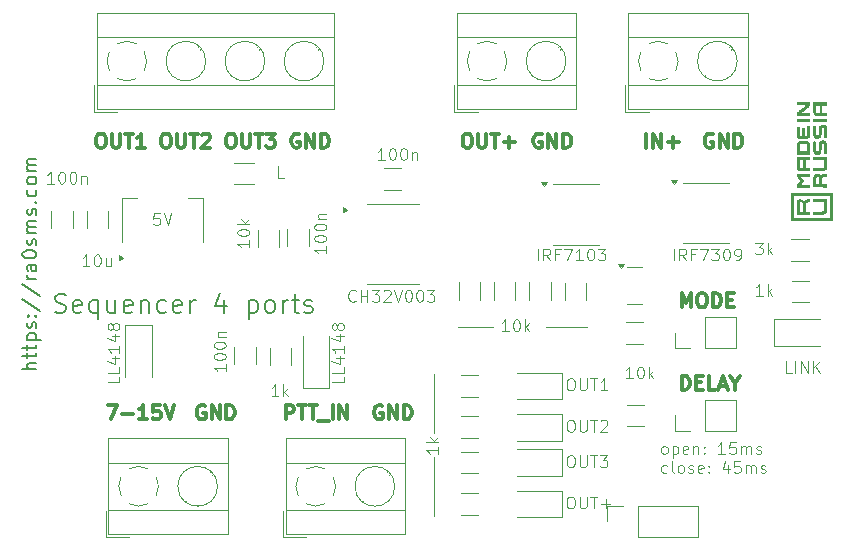
<source format=gbr>
%TF.GenerationSoftware,KiCad,Pcbnew,8.0.3*%
%TF.CreationDate,2024-07-12T15:18:38+08:00*%
%TF.ProjectId,seq_v003f4,7365715f-7630-4303-9366-342e6b696361,rev?*%
%TF.SameCoordinates,Original*%
%TF.FileFunction,Legend,Top*%
%TF.FilePolarity,Positive*%
%FSLAX46Y46*%
G04 Gerber Fmt 4.6, Leading zero omitted, Abs format (unit mm)*
G04 Created by KiCad (PCBNEW 8.0.3) date 2024-07-12 15:18:38*
%MOMM*%
%LPD*%
G01*
G04 APERTURE LIST*
%ADD10C,0.100000*%
%ADD11C,0.200000*%
%ADD12C,0.300000*%
%ADD13C,0.000000*%
%ADD14C,0.120000*%
G04 APERTURE END LIST*
D10*
X184827693Y-112872419D02*
X184256265Y-112872419D01*
X184541979Y-112872419D02*
X184541979Y-111872419D01*
X184541979Y-111872419D02*
X184446741Y-112015276D01*
X184446741Y-112015276D02*
X184351503Y-112110514D01*
X184351503Y-112110514D02*
X184256265Y-112158133D01*
X185256265Y-112872419D02*
X185256265Y-111872419D01*
X185351503Y-112491466D02*
X185637217Y-112872419D01*
X185637217Y-112205752D02*
X185256265Y-112586704D01*
X168827693Y-101872419D02*
X168256265Y-101872419D01*
X168541979Y-101872419D02*
X168541979Y-100872419D01*
X168541979Y-100872419D02*
X168446741Y-101015276D01*
X168446741Y-101015276D02*
X168351503Y-101110514D01*
X168351503Y-101110514D02*
X168256265Y-101158133D01*
X169446741Y-100872419D02*
X169541979Y-100872419D01*
X169541979Y-100872419D02*
X169637217Y-100920038D01*
X169637217Y-100920038D02*
X169684836Y-100967657D01*
X169684836Y-100967657D02*
X169732455Y-101062895D01*
X169732455Y-101062895D02*
X169780074Y-101253371D01*
X169780074Y-101253371D02*
X169780074Y-101491466D01*
X169780074Y-101491466D02*
X169732455Y-101681942D01*
X169732455Y-101681942D02*
X169684836Y-101777180D01*
X169684836Y-101777180D02*
X169637217Y-101824800D01*
X169637217Y-101824800D02*
X169541979Y-101872419D01*
X169541979Y-101872419D02*
X169446741Y-101872419D01*
X169446741Y-101872419D02*
X169351503Y-101824800D01*
X169351503Y-101824800D02*
X169303884Y-101777180D01*
X169303884Y-101777180D02*
X169256265Y-101681942D01*
X169256265Y-101681942D02*
X169208646Y-101491466D01*
X169208646Y-101491466D02*
X169208646Y-101253371D01*
X169208646Y-101253371D02*
X169256265Y-101062895D01*
X169256265Y-101062895D02*
X169303884Y-100967657D01*
X169303884Y-100967657D02*
X169351503Y-100920038D01*
X169351503Y-100920038D02*
X169446741Y-100872419D01*
X170637217Y-101205752D02*
X170637217Y-101872419D01*
X170208646Y-101205752D02*
X170208646Y-101729561D01*
X170208646Y-101729561D02*
X170256265Y-101824800D01*
X170256265Y-101824800D02*
X170351503Y-101872419D01*
X170351503Y-101872419D02*
X170494360Y-101872419D01*
X170494360Y-101872419D02*
X170589598Y-101824800D01*
X170589598Y-101824800D02*
X170637217Y-101777180D01*
X165827693Y-94872419D02*
X165256265Y-94872419D01*
X165541979Y-94872419D02*
X165541979Y-93872419D01*
X165541979Y-93872419D02*
X165446741Y-94015276D01*
X165446741Y-94015276D02*
X165351503Y-94110514D01*
X165351503Y-94110514D02*
X165256265Y-94158133D01*
X166446741Y-93872419D02*
X166541979Y-93872419D01*
X166541979Y-93872419D02*
X166637217Y-93920038D01*
X166637217Y-93920038D02*
X166684836Y-93967657D01*
X166684836Y-93967657D02*
X166732455Y-94062895D01*
X166732455Y-94062895D02*
X166780074Y-94253371D01*
X166780074Y-94253371D02*
X166780074Y-94491466D01*
X166780074Y-94491466D02*
X166732455Y-94681942D01*
X166732455Y-94681942D02*
X166684836Y-94777180D01*
X166684836Y-94777180D02*
X166637217Y-94824800D01*
X166637217Y-94824800D02*
X166541979Y-94872419D01*
X166541979Y-94872419D02*
X166446741Y-94872419D01*
X166446741Y-94872419D02*
X166351503Y-94824800D01*
X166351503Y-94824800D02*
X166303884Y-94777180D01*
X166303884Y-94777180D02*
X166256265Y-94681942D01*
X166256265Y-94681942D02*
X166208646Y-94491466D01*
X166208646Y-94491466D02*
X166208646Y-94253371D01*
X166208646Y-94253371D02*
X166256265Y-94062895D01*
X166256265Y-94062895D02*
X166303884Y-93967657D01*
X166303884Y-93967657D02*
X166351503Y-93920038D01*
X166351503Y-93920038D02*
X166446741Y-93872419D01*
X167399122Y-93872419D02*
X167494360Y-93872419D01*
X167494360Y-93872419D02*
X167589598Y-93920038D01*
X167589598Y-93920038D02*
X167637217Y-93967657D01*
X167637217Y-93967657D02*
X167684836Y-94062895D01*
X167684836Y-94062895D02*
X167732455Y-94253371D01*
X167732455Y-94253371D02*
X167732455Y-94491466D01*
X167732455Y-94491466D02*
X167684836Y-94681942D01*
X167684836Y-94681942D02*
X167637217Y-94777180D01*
X167637217Y-94777180D02*
X167589598Y-94824800D01*
X167589598Y-94824800D02*
X167494360Y-94872419D01*
X167494360Y-94872419D02*
X167399122Y-94872419D01*
X167399122Y-94872419D02*
X167303884Y-94824800D01*
X167303884Y-94824800D02*
X167256265Y-94777180D01*
X167256265Y-94777180D02*
X167208646Y-94681942D01*
X167208646Y-94681942D02*
X167161027Y-94491466D01*
X167161027Y-94491466D02*
X167161027Y-94253371D01*
X167161027Y-94253371D02*
X167208646Y-94062895D01*
X167208646Y-94062895D02*
X167256265Y-93967657D01*
X167256265Y-93967657D02*
X167303884Y-93920038D01*
X167303884Y-93920038D02*
X167399122Y-93872419D01*
X168161027Y-94205752D02*
X168161027Y-94872419D01*
X168161027Y-94300990D02*
X168208646Y-94253371D01*
X168208646Y-94253371D02*
X168303884Y-94205752D01*
X168303884Y-94205752D02*
X168446741Y-94205752D01*
X168446741Y-94205752D02*
X168541979Y-94253371D01*
X168541979Y-94253371D02*
X168589598Y-94348609D01*
X168589598Y-94348609D02*
X168589598Y-94872419D01*
X185280074Y-94372419D02*
X184803884Y-94372419D01*
X184803884Y-94372419D02*
X184803884Y-93372419D01*
X180372419Y-110172306D02*
X180372419Y-110743734D01*
X180372419Y-110458020D02*
X179372419Y-110458020D01*
X179372419Y-110458020D02*
X179515276Y-110553258D01*
X179515276Y-110553258D02*
X179610514Y-110648496D01*
X179610514Y-110648496D02*
X179658133Y-110743734D01*
X179372419Y-109553258D02*
X179372419Y-109458020D01*
X179372419Y-109458020D02*
X179420038Y-109362782D01*
X179420038Y-109362782D02*
X179467657Y-109315163D01*
X179467657Y-109315163D02*
X179562895Y-109267544D01*
X179562895Y-109267544D02*
X179753371Y-109219925D01*
X179753371Y-109219925D02*
X179991466Y-109219925D01*
X179991466Y-109219925D02*
X180181942Y-109267544D01*
X180181942Y-109267544D02*
X180277180Y-109315163D01*
X180277180Y-109315163D02*
X180324800Y-109362782D01*
X180324800Y-109362782D02*
X180372419Y-109458020D01*
X180372419Y-109458020D02*
X180372419Y-109553258D01*
X180372419Y-109553258D02*
X180324800Y-109648496D01*
X180324800Y-109648496D02*
X180277180Y-109696115D01*
X180277180Y-109696115D02*
X180181942Y-109743734D01*
X180181942Y-109743734D02*
X179991466Y-109791353D01*
X179991466Y-109791353D02*
X179753371Y-109791353D01*
X179753371Y-109791353D02*
X179562895Y-109743734D01*
X179562895Y-109743734D02*
X179467657Y-109696115D01*
X179467657Y-109696115D02*
X179420038Y-109648496D01*
X179420038Y-109648496D02*
X179372419Y-109553258D01*
X179372419Y-108600877D02*
X179372419Y-108505639D01*
X179372419Y-108505639D02*
X179420038Y-108410401D01*
X179420038Y-108410401D02*
X179467657Y-108362782D01*
X179467657Y-108362782D02*
X179562895Y-108315163D01*
X179562895Y-108315163D02*
X179753371Y-108267544D01*
X179753371Y-108267544D02*
X179991466Y-108267544D01*
X179991466Y-108267544D02*
X180181942Y-108315163D01*
X180181942Y-108315163D02*
X180277180Y-108362782D01*
X180277180Y-108362782D02*
X180324800Y-108410401D01*
X180324800Y-108410401D02*
X180372419Y-108505639D01*
X180372419Y-108505639D02*
X180372419Y-108600877D01*
X180372419Y-108600877D02*
X180324800Y-108696115D01*
X180324800Y-108696115D02*
X180277180Y-108743734D01*
X180277180Y-108743734D02*
X180181942Y-108791353D01*
X180181942Y-108791353D02*
X179991466Y-108838972D01*
X179991466Y-108838972D02*
X179753371Y-108838972D01*
X179753371Y-108838972D02*
X179562895Y-108791353D01*
X179562895Y-108791353D02*
X179467657Y-108743734D01*
X179467657Y-108743734D02*
X179420038Y-108696115D01*
X179420038Y-108696115D02*
X179372419Y-108600877D01*
X179705752Y-107838972D02*
X180372419Y-107838972D01*
X179800990Y-107838972D02*
X179753371Y-107791353D01*
X179753371Y-107791353D02*
X179705752Y-107696115D01*
X179705752Y-107696115D02*
X179705752Y-107553258D01*
X179705752Y-107553258D02*
X179753371Y-107458020D01*
X179753371Y-107458020D02*
X179848609Y-107410401D01*
X179848609Y-107410401D02*
X180372419Y-107410401D01*
X182372419Y-99672306D02*
X182372419Y-100243734D01*
X182372419Y-99958020D02*
X181372419Y-99958020D01*
X181372419Y-99958020D02*
X181515276Y-100053258D01*
X181515276Y-100053258D02*
X181610514Y-100148496D01*
X181610514Y-100148496D02*
X181658133Y-100243734D01*
X181372419Y-99053258D02*
X181372419Y-98958020D01*
X181372419Y-98958020D02*
X181420038Y-98862782D01*
X181420038Y-98862782D02*
X181467657Y-98815163D01*
X181467657Y-98815163D02*
X181562895Y-98767544D01*
X181562895Y-98767544D02*
X181753371Y-98719925D01*
X181753371Y-98719925D02*
X181991466Y-98719925D01*
X181991466Y-98719925D02*
X182181942Y-98767544D01*
X182181942Y-98767544D02*
X182277180Y-98815163D01*
X182277180Y-98815163D02*
X182324800Y-98862782D01*
X182324800Y-98862782D02*
X182372419Y-98958020D01*
X182372419Y-98958020D02*
X182372419Y-99053258D01*
X182372419Y-99053258D02*
X182324800Y-99148496D01*
X182324800Y-99148496D02*
X182277180Y-99196115D01*
X182277180Y-99196115D02*
X182181942Y-99243734D01*
X182181942Y-99243734D02*
X181991466Y-99291353D01*
X181991466Y-99291353D02*
X181753371Y-99291353D01*
X181753371Y-99291353D02*
X181562895Y-99243734D01*
X181562895Y-99243734D02*
X181467657Y-99196115D01*
X181467657Y-99196115D02*
X181420038Y-99148496D01*
X181420038Y-99148496D02*
X181372419Y-99053258D01*
X182372419Y-98291353D02*
X181372419Y-98291353D01*
X181991466Y-98196115D02*
X182372419Y-97910401D01*
X181705752Y-97910401D02*
X182086704Y-98291353D01*
X188872419Y-100172306D02*
X188872419Y-100743734D01*
X188872419Y-100458020D02*
X187872419Y-100458020D01*
X187872419Y-100458020D02*
X188015276Y-100553258D01*
X188015276Y-100553258D02*
X188110514Y-100648496D01*
X188110514Y-100648496D02*
X188158133Y-100743734D01*
X187872419Y-99553258D02*
X187872419Y-99458020D01*
X187872419Y-99458020D02*
X187920038Y-99362782D01*
X187920038Y-99362782D02*
X187967657Y-99315163D01*
X187967657Y-99315163D02*
X188062895Y-99267544D01*
X188062895Y-99267544D02*
X188253371Y-99219925D01*
X188253371Y-99219925D02*
X188491466Y-99219925D01*
X188491466Y-99219925D02*
X188681942Y-99267544D01*
X188681942Y-99267544D02*
X188777180Y-99315163D01*
X188777180Y-99315163D02*
X188824800Y-99362782D01*
X188824800Y-99362782D02*
X188872419Y-99458020D01*
X188872419Y-99458020D02*
X188872419Y-99553258D01*
X188872419Y-99553258D02*
X188824800Y-99648496D01*
X188824800Y-99648496D02*
X188777180Y-99696115D01*
X188777180Y-99696115D02*
X188681942Y-99743734D01*
X188681942Y-99743734D02*
X188491466Y-99791353D01*
X188491466Y-99791353D02*
X188253371Y-99791353D01*
X188253371Y-99791353D02*
X188062895Y-99743734D01*
X188062895Y-99743734D02*
X187967657Y-99696115D01*
X187967657Y-99696115D02*
X187920038Y-99648496D01*
X187920038Y-99648496D02*
X187872419Y-99553258D01*
X187872419Y-98600877D02*
X187872419Y-98505639D01*
X187872419Y-98505639D02*
X187920038Y-98410401D01*
X187920038Y-98410401D02*
X187967657Y-98362782D01*
X187967657Y-98362782D02*
X188062895Y-98315163D01*
X188062895Y-98315163D02*
X188253371Y-98267544D01*
X188253371Y-98267544D02*
X188491466Y-98267544D01*
X188491466Y-98267544D02*
X188681942Y-98315163D01*
X188681942Y-98315163D02*
X188777180Y-98362782D01*
X188777180Y-98362782D02*
X188824800Y-98410401D01*
X188824800Y-98410401D02*
X188872419Y-98505639D01*
X188872419Y-98505639D02*
X188872419Y-98600877D01*
X188872419Y-98600877D02*
X188824800Y-98696115D01*
X188824800Y-98696115D02*
X188777180Y-98743734D01*
X188777180Y-98743734D02*
X188681942Y-98791353D01*
X188681942Y-98791353D02*
X188491466Y-98838972D01*
X188491466Y-98838972D02*
X188253371Y-98838972D01*
X188253371Y-98838972D02*
X188062895Y-98791353D01*
X188062895Y-98791353D02*
X187967657Y-98743734D01*
X187967657Y-98743734D02*
X187920038Y-98696115D01*
X187920038Y-98696115D02*
X187872419Y-98600877D01*
X188205752Y-97838972D02*
X188872419Y-97838972D01*
X188300990Y-97838972D02*
X188253371Y-97791353D01*
X188253371Y-97791353D02*
X188205752Y-97696115D01*
X188205752Y-97696115D02*
X188205752Y-97553258D01*
X188205752Y-97553258D02*
X188253371Y-97458020D01*
X188253371Y-97458020D02*
X188348609Y-97410401D01*
X188348609Y-97410401D02*
X188872419Y-97410401D01*
X193827693Y-92872419D02*
X193256265Y-92872419D01*
X193541979Y-92872419D02*
X193541979Y-91872419D01*
X193541979Y-91872419D02*
X193446741Y-92015276D01*
X193446741Y-92015276D02*
X193351503Y-92110514D01*
X193351503Y-92110514D02*
X193256265Y-92158133D01*
X194446741Y-91872419D02*
X194541979Y-91872419D01*
X194541979Y-91872419D02*
X194637217Y-91920038D01*
X194637217Y-91920038D02*
X194684836Y-91967657D01*
X194684836Y-91967657D02*
X194732455Y-92062895D01*
X194732455Y-92062895D02*
X194780074Y-92253371D01*
X194780074Y-92253371D02*
X194780074Y-92491466D01*
X194780074Y-92491466D02*
X194732455Y-92681942D01*
X194732455Y-92681942D02*
X194684836Y-92777180D01*
X194684836Y-92777180D02*
X194637217Y-92824800D01*
X194637217Y-92824800D02*
X194541979Y-92872419D01*
X194541979Y-92872419D02*
X194446741Y-92872419D01*
X194446741Y-92872419D02*
X194351503Y-92824800D01*
X194351503Y-92824800D02*
X194303884Y-92777180D01*
X194303884Y-92777180D02*
X194256265Y-92681942D01*
X194256265Y-92681942D02*
X194208646Y-92491466D01*
X194208646Y-92491466D02*
X194208646Y-92253371D01*
X194208646Y-92253371D02*
X194256265Y-92062895D01*
X194256265Y-92062895D02*
X194303884Y-91967657D01*
X194303884Y-91967657D02*
X194351503Y-91920038D01*
X194351503Y-91920038D02*
X194446741Y-91872419D01*
X195399122Y-91872419D02*
X195494360Y-91872419D01*
X195494360Y-91872419D02*
X195589598Y-91920038D01*
X195589598Y-91920038D02*
X195637217Y-91967657D01*
X195637217Y-91967657D02*
X195684836Y-92062895D01*
X195684836Y-92062895D02*
X195732455Y-92253371D01*
X195732455Y-92253371D02*
X195732455Y-92491466D01*
X195732455Y-92491466D02*
X195684836Y-92681942D01*
X195684836Y-92681942D02*
X195637217Y-92777180D01*
X195637217Y-92777180D02*
X195589598Y-92824800D01*
X195589598Y-92824800D02*
X195494360Y-92872419D01*
X195494360Y-92872419D02*
X195399122Y-92872419D01*
X195399122Y-92872419D02*
X195303884Y-92824800D01*
X195303884Y-92824800D02*
X195256265Y-92777180D01*
X195256265Y-92777180D02*
X195208646Y-92681942D01*
X195208646Y-92681942D02*
X195161027Y-92491466D01*
X195161027Y-92491466D02*
X195161027Y-92253371D01*
X195161027Y-92253371D02*
X195208646Y-92062895D01*
X195208646Y-92062895D02*
X195256265Y-91967657D01*
X195256265Y-91967657D02*
X195303884Y-91920038D01*
X195303884Y-91920038D02*
X195399122Y-91872419D01*
X196161027Y-92205752D02*
X196161027Y-92872419D01*
X196161027Y-92300990D02*
X196208646Y-92253371D01*
X196208646Y-92253371D02*
X196303884Y-92205752D01*
X196303884Y-92205752D02*
X196446741Y-92205752D01*
X196446741Y-92205752D02*
X196541979Y-92253371D01*
X196541979Y-92253371D02*
X196589598Y-92348609D01*
X196589598Y-92348609D02*
X196589598Y-92872419D01*
X206803884Y-101372419D02*
X206803884Y-100372419D01*
X207851502Y-101372419D02*
X207518169Y-100896228D01*
X207280074Y-101372419D02*
X207280074Y-100372419D01*
X207280074Y-100372419D02*
X207661026Y-100372419D01*
X207661026Y-100372419D02*
X207756264Y-100420038D01*
X207756264Y-100420038D02*
X207803883Y-100467657D01*
X207803883Y-100467657D02*
X207851502Y-100562895D01*
X207851502Y-100562895D02*
X207851502Y-100705752D01*
X207851502Y-100705752D02*
X207803883Y-100800990D01*
X207803883Y-100800990D02*
X207756264Y-100848609D01*
X207756264Y-100848609D02*
X207661026Y-100896228D01*
X207661026Y-100896228D02*
X207280074Y-100896228D01*
X208613407Y-100848609D02*
X208280074Y-100848609D01*
X208280074Y-101372419D02*
X208280074Y-100372419D01*
X208280074Y-100372419D02*
X208756264Y-100372419D01*
X209041979Y-100372419D02*
X209708645Y-100372419D01*
X209708645Y-100372419D02*
X209280074Y-101372419D01*
X210613407Y-101372419D02*
X210041979Y-101372419D01*
X210327693Y-101372419D02*
X210327693Y-100372419D01*
X210327693Y-100372419D02*
X210232455Y-100515276D01*
X210232455Y-100515276D02*
X210137217Y-100610514D01*
X210137217Y-100610514D02*
X210041979Y-100658133D01*
X211232455Y-100372419D02*
X211327693Y-100372419D01*
X211327693Y-100372419D02*
X211422931Y-100420038D01*
X211422931Y-100420038D02*
X211470550Y-100467657D01*
X211470550Y-100467657D02*
X211518169Y-100562895D01*
X211518169Y-100562895D02*
X211565788Y-100753371D01*
X211565788Y-100753371D02*
X211565788Y-100991466D01*
X211565788Y-100991466D02*
X211518169Y-101181942D01*
X211518169Y-101181942D02*
X211470550Y-101277180D01*
X211470550Y-101277180D02*
X211422931Y-101324800D01*
X211422931Y-101324800D02*
X211327693Y-101372419D01*
X211327693Y-101372419D02*
X211232455Y-101372419D01*
X211232455Y-101372419D02*
X211137217Y-101324800D01*
X211137217Y-101324800D02*
X211089598Y-101277180D01*
X211089598Y-101277180D02*
X211041979Y-101181942D01*
X211041979Y-101181942D02*
X210994360Y-100991466D01*
X210994360Y-100991466D02*
X210994360Y-100753371D01*
X210994360Y-100753371D02*
X211041979Y-100562895D01*
X211041979Y-100562895D02*
X211089598Y-100467657D01*
X211089598Y-100467657D02*
X211137217Y-100420038D01*
X211137217Y-100420038D02*
X211232455Y-100372419D01*
X211899122Y-100372419D02*
X212518169Y-100372419D01*
X212518169Y-100372419D02*
X212184836Y-100753371D01*
X212184836Y-100753371D02*
X212327693Y-100753371D01*
X212327693Y-100753371D02*
X212422931Y-100800990D01*
X212422931Y-100800990D02*
X212470550Y-100848609D01*
X212470550Y-100848609D02*
X212518169Y-100943847D01*
X212518169Y-100943847D02*
X212518169Y-101181942D01*
X212518169Y-101181942D02*
X212470550Y-101277180D01*
X212470550Y-101277180D02*
X212422931Y-101324800D01*
X212422931Y-101324800D02*
X212327693Y-101372419D01*
X212327693Y-101372419D02*
X212041979Y-101372419D01*
X212041979Y-101372419D02*
X211946741Y-101324800D01*
X211946741Y-101324800D02*
X211899122Y-101277180D01*
X218303884Y-101372419D02*
X218303884Y-100372419D01*
X219351502Y-101372419D02*
X219018169Y-100896228D01*
X218780074Y-101372419D02*
X218780074Y-100372419D01*
X218780074Y-100372419D02*
X219161026Y-100372419D01*
X219161026Y-100372419D02*
X219256264Y-100420038D01*
X219256264Y-100420038D02*
X219303883Y-100467657D01*
X219303883Y-100467657D02*
X219351502Y-100562895D01*
X219351502Y-100562895D02*
X219351502Y-100705752D01*
X219351502Y-100705752D02*
X219303883Y-100800990D01*
X219303883Y-100800990D02*
X219256264Y-100848609D01*
X219256264Y-100848609D02*
X219161026Y-100896228D01*
X219161026Y-100896228D02*
X218780074Y-100896228D01*
X220113407Y-100848609D02*
X219780074Y-100848609D01*
X219780074Y-101372419D02*
X219780074Y-100372419D01*
X219780074Y-100372419D02*
X220256264Y-100372419D01*
X220541979Y-100372419D02*
X221208645Y-100372419D01*
X221208645Y-100372419D02*
X220780074Y-101372419D01*
X221494360Y-100372419D02*
X222113407Y-100372419D01*
X222113407Y-100372419D02*
X221780074Y-100753371D01*
X221780074Y-100753371D02*
X221922931Y-100753371D01*
X221922931Y-100753371D02*
X222018169Y-100800990D01*
X222018169Y-100800990D02*
X222065788Y-100848609D01*
X222065788Y-100848609D02*
X222113407Y-100943847D01*
X222113407Y-100943847D02*
X222113407Y-101181942D01*
X222113407Y-101181942D02*
X222065788Y-101277180D01*
X222065788Y-101277180D02*
X222018169Y-101324800D01*
X222018169Y-101324800D02*
X221922931Y-101372419D01*
X221922931Y-101372419D02*
X221637217Y-101372419D01*
X221637217Y-101372419D02*
X221541979Y-101324800D01*
X221541979Y-101324800D02*
X221494360Y-101277180D01*
X222732455Y-100372419D02*
X222827693Y-100372419D01*
X222827693Y-100372419D02*
X222922931Y-100420038D01*
X222922931Y-100420038D02*
X222970550Y-100467657D01*
X222970550Y-100467657D02*
X223018169Y-100562895D01*
X223018169Y-100562895D02*
X223065788Y-100753371D01*
X223065788Y-100753371D02*
X223065788Y-100991466D01*
X223065788Y-100991466D02*
X223018169Y-101181942D01*
X223018169Y-101181942D02*
X222970550Y-101277180D01*
X222970550Y-101277180D02*
X222922931Y-101324800D01*
X222922931Y-101324800D02*
X222827693Y-101372419D01*
X222827693Y-101372419D02*
X222732455Y-101372419D01*
X222732455Y-101372419D02*
X222637217Y-101324800D01*
X222637217Y-101324800D02*
X222589598Y-101277180D01*
X222589598Y-101277180D02*
X222541979Y-101181942D01*
X222541979Y-101181942D02*
X222494360Y-100991466D01*
X222494360Y-100991466D02*
X222494360Y-100753371D01*
X222494360Y-100753371D02*
X222541979Y-100562895D01*
X222541979Y-100562895D02*
X222589598Y-100467657D01*
X222589598Y-100467657D02*
X222637217Y-100420038D01*
X222637217Y-100420038D02*
X222732455Y-100372419D01*
X223541979Y-101372419D02*
X223732455Y-101372419D01*
X223732455Y-101372419D02*
X223827693Y-101324800D01*
X223827693Y-101324800D02*
X223875312Y-101277180D01*
X223875312Y-101277180D02*
X223970550Y-101134323D01*
X223970550Y-101134323D02*
X224018169Y-100943847D01*
X224018169Y-100943847D02*
X224018169Y-100562895D01*
X224018169Y-100562895D02*
X223970550Y-100467657D01*
X223970550Y-100467657D02*
X223922931Y-100420038D01*
X223922931Y-100420038D02*
X223827693Y-100372419D01*
X223827693Y-100372419D02*
X223637217Y-100372419D01*
X223637217Y-100372419D02*
X223541979Y-100420038D01*
X223541979Y-100420038D02*
X223494360Y-100467657D01*
X223494360Y-100467657D02*
X223446741Y-100562895D01*
X223446741Y-100562895D02*
X223446741Y-100800990D01*
X223446741Y-100800990D02*
X223494360Y-100896228D01*
X223494360Y-100896228D02*
X223541979Y-100943847D01*
X223541979Y-100943847D02*
X223637217Y-100991466D01*
X223637217Y-100991466D02*
X223827693Y-100991466D01*
X223827693Y-100991466D02*
X223922931Y-100943847D01*
X223922931Y-100943847D02*
X223970550Y-100896228D01*
X223970550Y-100896228D02*
X224018169Y-100800990D01*
X191375312Y-104777180D02*
X191327693Y-104824800D01*
X191327693Y-104824800D02*
X191184836Y-104872419D01*
X191184836Y-104872419D02*
X191089598Y-104872419D01*
X191089598Y-104872419D02*
X190946741Y-104824800D01*
X190946741Y-104824800D02*
X190851503Y-104729561D01*
X190851503Y-104729561D02*
X190803884Y-104634323D01*
X190803884Y-104634323D02*
X190756265Y-104443847D01*
X190756265Y-104443847D02*
X190756265Y-104300990D01*
X190756265Y-104300990D02*
X190803884Y-104110514D01*
X190803884Y-104110514D02*
X190851503Y-104015276D01*
X190851503Y-104015276D02*
X190946741Y-103920038D01*
X190946741Y-103920038D02*
X191089598Y-103872419D01*
X191089598Y-103872419D02*
X191184836Y-103872419D01*
X191184836Y-103872419D02*
X191327693Y-103920038D01*
X191327693Y-103920038D02*
X191375312Y-103967657D01*
X191803884Y-104872419D02*
X191803884Y-103872419D01*
X191803884Y-104348609D02*
X192375312Y-104348609D01*
X192375312Y-104872419D02*
X192375312Y-103872419D01*
X192756265Y-103872419D02*
X193375312Y-103872419D01*
X193375312Y-103872419D02*
X193041979Y-104253371D01*
X193041979Y-104253371D02*
X193184836Y-104253371D01*
X193184836Y-104253371D02*
X193280074Y-104300990D01*
X193280074Y-104300990D02*
X193327693Y-104348609D01*
X193327693Y-104348609D02*
X193375312Y-104443847D01*
X193375312Y-104443847D02*
X193375312Y-104681942D01*
X193375312Y-104681942D02*
X193327693Y-104777180D01*
X193327693Y-104777180D02*
X193280074Y-104824800D01*
X193280074Y-104824800D02*
X193184836Y-104872419D01*
X193184836Y-104872419D02*
X192899122Y-104872419D01*
X192899122Y-104872419D02*
X192803884Y-104824800D01*
X192803884Y-104824800D02*
X192756265Y-104777180D01*
X193756265Y-103967657D02*
X193803884Y-103920038D01*
X193803884Y-103920038D02*
X193899122Y-103872419D01*
X193899122Y-103872419D02*
X194137217Y-103872419D01*
X194137217Y-103872419D02*
X194232455Y-103920038D01*
X194232455Y-103920038D02*
X194280074Y-103967657D01*
X194280074Y-103967657D02*
X194327693Y-104062895D01*
X194327693Y-104062895D02*
X194327693Y-104158133D01*
X194327693Y-104158133D02*
X194280074Y-104300990D01*
X194280074Y-104300990D02*
X193708646Y-104872419D01*
X193708646Y-104872419D02*
X194327693Y-104872419D01*
X194613408Y-103872419D02*
X194946741Y-104872419D01*
X194946741Y-104872419D02*
X195280074Y-103872419D01*
X195803884Y-103872419D02*
X195899122Y-103872419D01*
X195899122Y-103872419D02*
X195994360Y-103920038D01*
X195994360Y-103920038D02*
X196041979Y-103967657D01*
X196041979Y-103967657D02*
X196089598Y-104062895D01*
X196089598Y-104062895D02*
X196137217Y-104253371D01*
X196137217Y-104253371D02*
X196137217Y-104491466D01*
X196137217Y-104491466D02*
X196089598Y-104681942D01*
X196089598Y-104681942D02*
X196041979Y-104777180D01*
X196041979Y-104777180D02*
X195994360Y-104824800D01*
X195994360Y-104824800D02*
X195899122Y-104872419D01*
X195899122Y-104872419D02*
X195803884Y-104872419D01*
X195803884Y-104872419D02*
X195708646Y-104824800D01*
X195708646Y-104824800D02*
X195661027Y-104777180D01*
X195661027Y-104777180D02*
X195613408Y-104681942D01*
X195613408Y-104681942D02*
X195565789Y-104491466D01*
X195565789Y-104491466D02*
X195565789Y-104253371D01*
X195565789Y-104253371D02*
X195613408Y-104062895D01*
X195613408Y-104062895D02*
X195661027Y-103967657D01*
X195661027Y-103967657D02*
X195708646Y-103920038D01*
X195708646Y-103920038D02*
X195803884Y-103872419D01*
X196756265Y-103872419D02*
X196851503Y-103872419D01*
X196851503Y-103872419D02*
X196946741Y-103920038D01*
X196946741Y-103920038D02*
X196994360Y-103967657D01*
X196994360Y-103967657D02*
X197041979Y-104062895D01*
X197041979Y-104062895D02*
X197089598Y-104253371D01*
X197089598Y-104253371D02*
X197089598Y-104491466D01*
X197089598Y-104491466D02*
X197041979Y-104681942D01*
X197041979Y-104681942D02*
X196994360Y-104777180D01*
X196994360Y-104777180D02*
X196946741Y-104824800D01*
X196946741Y-104824800D02*
X196851503Y-104872419D01*
X196851503Y-104872419D02*
X196756265Y-104872419D01*
X196756265Y-104872419D02*
X196661027Y-104824800D01*
X196661027Y-104824800D02*
X196613408Y-104777180D01*
X196613408Y-104777180D02*
X196565789Y-104681942D01*
X196565789Y-104681942D02*
X196518170Y-104491466D01*
X196518170Y-104491466D02*
X196518170Y-104253371D01*
X196518170Y-104253371D02*
X196565789Y-104062895D01*
X196565789Y-104062895D02*
X196613408Y-103967657D01*
X196613408Y-103967657D02*
X196661027Y-103920038D01*
X196661027Y-103920038D02*
X196756265Y-103872419D01*
X197422932Y-103872419D02*
X198041979Y-103872419D01*
X198041979Y-103872419D02*
X197708646Y-104253371D01*
X197708646Y-104253371D02*
X197851503Y-104253371D01*
X197851503Y-104253371D02*
X197946741Y-104300990D01*
X197946741Y-104300990D02*
X197994360Y-104348609D01*
X197994360Y-104348609D02*
X198041979Y-104443847D01*
X198041979Y-104443847D02*
X198041979Y-104681942D01*
X198041979Y-104681942D02*
X197994360Y-104777180D01*
X197994360Y-104777180D02*
X197946741Y-104824800D01*
X197946741Y-104824800D02*
X197851503Y-104872419D01*
X197851503Y-104872419D02*
X197565789Y-104872419D01*
X197565789Y-104872419D02*
X197470551Y-104824800D01*
X197470551Y-104824800D02*
X197422932Y-104777180D01*
X174780074Y-97372419D02*
X174303884Y-97372419D01*
X174303884Y-97372419D02*
X174256265Y-97848609D01*
X174256265Y-97848609D02*
X174303884Y-97800990D01*
X174303884Y-97800990D02*
X174399122Y-97753371D01*
X174399122Y-97753371D02*
X174637217Y-97753371D01*
X174637217Y-97753371D02*
X174732455Y-97800990D01*
X174732455Y-97800990D02*
X174780074Y-97848609D01*
X174780074Y-97848609D02*
X174827693Y-97943847D01*
X174827693Y-97943847D02*
X174827693Y-98181942D01*
X174827693Y-98181942D02*
X174780074Y-98277180D01*
X174780074Y-98277180D02*
X174732455Y-98324800D01*
X174732455Y-98324800D02*
X174637217Y-98372419D01*
X174637217Y-98372419D02*
X174399122Y-98372419D01*
X174399122Y-98372419D02*
X174303884Y-98324800D01*
X174303884Y-98324800D02*
X174256265Y-98277180D01*
X175113408Y-97372419D02*
X175446741Y-98372419D01*
X175446741Y-98372419D02*
X175780074Y-97372419D01*
X190372419Y-111219925D02*
X190372419Y-111696115D01*
X190372419Y-111696115D02*
X189372419Y-111696115D01*
X190372419Y-110410401D02*
X190372419Y-110886591D01*
X190372419Y-110886591D02*
X189372419Y-110886591D01*
X189705752Y-109648496D02*
X190372419Y-109648496D01*
X189324800Y-109886591D02*
X190039085Y-110124686D01*
X190039085Y-110124686D02*
X190039085Y-109505639D01*
X190372419Y-108600877D02*
X190372419Y-109172305D01*
X190372419Y-108886591D02*
X189372419Y-108886591D01*
X189372419Y-108886591D02*
X189515276Y-108981829D01*
X189515276Y-108981829D02*
X189610514Y-109077067D01*
X189610514Y-109077067D02*
X189658133Y-109172305D01*
X189705752Y-107743734D02*
X190372419Y-107743734D01*
X189324800Y-107981829D02*
X190039085Y-108219924D01*
X190039085Y-108219924D02*
X190039085Y-107600877D01*
X189800990Y-107077067D02*
X189753371Y-107172305D01*
X189753371Y-107172305D02*
X189705752Y-107219924D01*
X189705752Y-107219924D02*
X189610514Y-107267543D01*
X189610514Y-107267543D02*
X189562895Y-107267543D01*
X189562895Y-107267543D02*
X189467657Y-107219924D01*
X189467657Y-107219924D02*
X189420038Y-107172305D01*
X189420038Y-107172305D02*
X189372419Y-107077067D01*
X189372419Y-107077067D02*
X189372419Y-106886591D01*
X189372419Y-106886591D02*
X189420038Y-106791353D01*
X189420038Y-106791353D02*
X189467657Y-106743734D01*
X189467657Y-106743734D02*
X189562895Y-106696115D01*
X189562895Y-106696115D02*
X189610514Y-106696115D01*
X189610514Y-106696115D02*
X189705752Y-106743734D01*
X189705752Y-106743734D02*
X189753371Y-106791353D01*
X189753371Y-106791353D02*
X189800990Y-106886591D01*
X189800990Y-106886591D02*
X189800990Y-107077067D01*
X189800990Y-107077067D02*
X189848609Y-107172305D01*
X189848609Y-107172305D02*
X189896228Y-107219924D01*
X189896228Y-107219924D02*
X189991466Y-107267543D01*
X189991466Y-107267543D02*
X190181942Y-107267543D01*
X190181942Y-107267543D02*
X190277180Y-107219924D01*
X190277180Y-107219924D02*
X190324800Y-107172305D01*
X190324800Y-107172305D02*
X190372419Y-107077067D01*
X190372419Y-107077067D02*
X190372419Y-106886591D01*
X190372419Y-106886591D02*
X190324800Y-106791353D01*
X190324800Y-106791353D02*
X190277180Y-106743734D01*
X190277180Y-106743734D02*
X190181942Y-106696115D01*
X190181942Y-106696115D02*
X189991466Y-106696115D01*
X189991466Y-106696115D02*
X189896228Y-106743734D01*
X189896228Y-106743734D02*
X189848609Y-106791353D01*
X189848609Y-106791353D02*
X189800990Y-106886591D01*
X171372419Y-111219925D02*
X171372419Y-111696115D01*
X171372419Y-111696115D02*
X170372419Y-111696115D01*
X171372419Y-110410401D02*
X171372419Y-110886591D01*
X171372419Y-110886591D02*
X170372419Y-110886591D01*
X170705752Y-109648496D02*
X171372419Y-109648496D01*
X170324800Y-109886591D02*
X171039085Y-110124686D01*
X171039085Y-110124686D02*
X171039085Y-109505639D01*
X171372419Y-108600877D02*
X171372419Y-109172305D01*
X171372419Y-108886591D02*
X170372419Y-108886591D01*
X170372419Y-108886591D02*
X170515276Y-108981829D01*
X170515276Y-108981829D02*
X170610514Y-109077067D01*
X170610514Y-109077067D02*
X170658133Y-109172305D01*
X170705752Y-107743734D02*
X171372419Y-107743734D01*
X170324800Y-107981829D02*
X171039085Y-108219924D01*
X171039085Y-108219924D02*
X171039085Y-107600877D01*
X170800990Y-107077067D02*
X170753371Y-107172305D01*
X170753371Y-107172305D02*
X170705752Y-107219924D01*
X170705752Y-107219924D02*
X170610514Y-107267543D01*
X170610514Y-107267543D02*
X170562895Y-107267543D01*
X170562895Y-107267543D02*
X170467657Y-107219924D01*
X170467657Y-107219924D02*
X170420038Y-107172305D01*
X170420038Y-107172305D02*
X170372419Y-107077067D01*
X170372419Y-107077067D02*
X170372419Y-106886591D01*
X170372419Y-106886591D02*
X170420038Y-106791353D01*
X170420038Y-106791353D02*
X170467657Y-106743734D01*
X170467657Y-106743734D02*
X170562895Y-106696115D01*
X170562895Y-106696115D02*
X170610514Y-106696115D01*
X170610514Y-106696115D02*
X170705752Y-106743734D01*
X170705752Y-106743734D02*
X170753371Y-106791353D01*
X170753371Y-106791353D02*
X170800990Y-106886591D01*
X170800990Y-106886591D02*
X170800990Y-107077067D01*
X170800990Y-107077067D02*
X170848609Y-107172305D01*
X170848609Y-107172305D02*
X170896228Y-107219924D01*
X170896228Y-107219924D02*
X170991466Y-107267543D01*
X170991466Y-107267543D02*
X171181942Y-107267543D01*
X171181942Y-107267543D02*
X171277180Y-107219924D01*
X171277180Y-107219924D02*
X171324800Y-107172305D01*
X171324800Y-107172305D02*
X171372419Y-107077067D01*
X171372419Y-107077067D02*
X171372419Y-106886591D01*
X171372419Y-106886591D02*
X171324800Y-106791353D01*
X171324800Y-106791353D02*
X171277180Y-106743734D01*
X171277180Y-106743734D02*
X171181942Y-106696115D01*
X171181942Y-106696115D02*
X170991466Y-106696115D01*
X170991466Y-106696115D02*
X170896228Y-106743734D01*
X170896228Y-106743734D02*
X170848609Y-106791353D01*
X170848609Y-106791353D02*
X170800990Y-106886591D01*
X228280074Y-110872419D02*
X227803884Y-110872419D01*
X227803884Y-110872419D02*
X227803884Y-109872419D01*
X228613408Y-110872419D02*
X228613408Y-109872419D01*
X229089598Y-110872419D02*
X229089598Y-109872419D01*
X229089598Y-109872419D02*
X229661026Y-110872419D01*
X229661026Y-110872419D02*
X229661026Y-109872419D01*
X230137217Y-110872419D02*
X230137217Y-109872419D01*
X230708645Y-110872419D02*
X230280074Y-110300990D01*
X230708645Y-109872419D02*
X230137217Y-110443847D01*
X225208646Y-99872419D02*
X225827693Y-99872419D01*
X225827693Y-99872419D02*
X225494360Y-100253371D01*
X225494360Y-100253371D02*
X225637217Y-100253371D01*
X225637217Y-100253371D02*
X225732455Y-100300990D01*
X225732455Y-100300990D02*
X225780074Y-100348609D01*
X225780074Y-100348609D02*
X225827693Y-100443847D01*
X225827693Y-100443847D02*
X225827693Y-100681942D01*
X225827693Y-100681942D02*
X225780074Y-100777180D01*
X225780074Y-100777180D02*
X225732455Y-100824800D01*
X225732455Y-100824800D02*
X225637217Y-100872419D01*
X225637217Y-100872419D02*
X225351503Y-100872419D01*
X225351503Y-100872419D02*
X225256265Y-100824800D01*
X225256265Y-100824800D02*
X225208646Y-100777180D01*
X226256265Y-100872419D02*
X226256265Y-99872419D01*
X226351503Y-100491466D02*
X226637217Y-100872419D01*
X226637217Y-100205752D02*
X226256265Y-100586704D01*
X225827693Y-104372419D02*
X225256265Y-104372419D01*
X225541979Y-104372419D02*
X225541979Y-103372419D01*
X225541979Y-103372419D02*
X225446741Y-103515276D01*
X225446741Y-103515276D02*
X225351503Y-103610514D01*
X225351503Y-103610514D02*
X225256265Y-103658133D01*
X226256265Y-104372419D02*
X226256265Y-103372419D01*
X226351503Y-103991466D02*
X226637217Y-104372419D01*
X226637217Y-103705752D02*
X226256265Y-104086704D01*
X214827693Y-111372419D02*
X214256265Y-111372419D01*
X214541979Y-111372419D02*
X214541979Y-110372419D01*
X214541979Y-110372419D02*
X214446741Y-110515276D01*
X214446741Y-110515276D02*
X214351503Y-110610514D01*
X214351503Y-110610514D02*
X214256265Y-110658133D01*
X215446741Y-110372419D02*
X215541979Y-110372419D01*
X215541979Y-110372419D02*
X215637217Y-110420038D01*
X215637217Y-110420038D02*
X215684836Y-110467657D01*
X215684836Y-110467657D02*
X215732455Y-110562895D01*
X215732455Y-110562895D02*
X215780074Y-110753371D01*
X215780074Y-110753371D02*
X215780074Y-110991466D01*
X215780074Y-110991466D02*
X215732455Y-111181942D01*
X215732455Y-111181942D02*
X215684836Y-111277180D01*
X215684836Y-111277180D02*
X215637217Y-111324800D01*
X215637217Y-111324800D02*
X215541979Y-111372419D01*
X215541979Y-111372419D02*
X215446741Y-111372419D01*
X215446741Y-111372419D02*
X215351503Y-111324800D01*
X215351503Y-111324800D02*
X215303884Y-111277180D01*
X215303884Y-111277180D02*
X215256265Y-111181942D01*
X215256265Y-111181942D02*
X215208646Y-110991466D01*
X215208646Y-110991466D02*
X215208646Y-110753371D01*
X215208646Y-110753371D02*
X215256265Y-110562895D01*
X215256265Y-110562895D02*
X215303884Y-110467657D01*
X215303884Y-110467657D02*
X215351503Y-110420038D01*
X215351503Y-110420038D02*
X215446741Y-110372419D01*
X216208646Y-111372419D02*
X216208646Y-110372419D01*
X216303884Y-110991466D02*
X216589598Y-111372419D01*
X216589598Y-110705752D02*
X216208646Y-111086704D01*
X203000000Y-107000000D02*
X200000000Y-107000000D01*
X207500000Y-107000000D02*
X211000000Y-107000000D01*
X204327693Y-107372419D02*
X203756265Y-107372419D01*
X204041979Y-107372419D02*
X204041979Y-106372419D01*
X204041979Y-106372419D02*
X203946741Y-106515276D01*
X203946741Y-106515276D02*
X203851503Y-106610514D01*
X203851503Y-106610514D02*
X203756265Y-106658133D01*
X204946741Y-106372419D02*
X205041979Y-106372419D01*
X205041979Y-106372419D02*
X205137217Y-106420038D01*
X205137217Y-106420038D02*
X205184836Y-106467657D01*
X205184836Y-106467657D02*
X205232455Y-106562895D01*
X205232455Y-106562895D02*
X205280074Y-106753371D01*
X205280074Y-106753371D02*
X205280074Y-106991466D01*
X205280074Y-106991466D02*
X205232455Y-107181942D01*
X205232455Y-107181942D02*
X205184836Y-107277180D01*
X205184836Y-107277180D02*
X205137217Y-107324800D01*
X205137217Y-107324800D02*
X205041979Y-107372419D01*
X205041979Y-107372419D02*
X204946741Y-107372419D01*
X204946741Y-107372419D02*
X204851503Y-107324800D01*
X204851503Y-107324800D02*
X204803884Y-107277180D01*
X204803884Y-107277180D02*
X204756265Y-107181942D01*
X204756265Y-107181942D02*
X204708646Y-106991466D01*
X204708646Y-106991466D02*
X204708646Y-106753371D01*
X204708646Y-106753371D02*
X204756265Y-106562895D01*
X204756265Y-106562895D02*
X204803884Y-106467657D01*
X204803884Y-106467657D02*
X204851503Y-106420038D01*
X204851503Y-106420038D02*
X204946741Y-106372419D01*
X205708646Y-107372419D02*
X205708646Y-106372419D01*
X205803884Y-106991466D02*
X206089598Y-107372419D01*
X206089598Y-106705752D02*
X205708646Y-107086704D01*
X198000000Y-116000000D02*
X198000000Y-111000000D01*
X198000000Y-118000000D02*
X198000000Y-123000000D01*
X198372419Y-117172306D02*
X198372419Y-117743734D01*
X198372419Y-117458020D02*
X197372419Y-117458020D01*
X197372419Y-117458020D02*
X197515276Y-117553258D01*
X197515276Y-117553258D02*
X197610514Y-117648496D01*
X197610514Y-117648496D02*
X197658133Y-117743734D01*
X198372419Y-116743734D02*
X197372419Y-116743734D01*
X197991466Y-116648496D02*
X198372419Y-116362782D01*
X197705752Y-116362782D02*
X198086704Y-116743734D01*
X209494360Y-121372419D02*
X209684836Y-121372419D01*
X209684836Y-121372419D02*
X209780074Y-121420038D01*
X209780074Y-121420038D02*
X209875312Y-121515276D01*
X209875312Y-121515276D02*
X209922931Y-121705752D01*
X209922931Y-121705752D02*
X209922931Y-122039085D01*
X209922931Y-122039085D02*
X209875312Y-122229561D01*
X209875312Y-122229561D02*
X209780074Y-122324800D01*
X209780074Y-122324800D02*
X209684836Y-122372419D01*
X209684836Y-122372419D02*
X209494360Y-122372419D01*
X209494360Y-122372419D02*
X209399122Y-122324800D01*
X209399122Y-122324800D02*
X209303884Y-122229561D01*
X209303884Y-122229561D02*
X209256265Y-122039085D01*
X209256265Y-122039085D02*
X209256265Y-121705752D01*
X209256265Y-121705752D02*
X209303884Y-121515276D01*
X209303884Y-121515276D02*
X209399122Y-121420038D01*
X209399122Y-121420038D02*
X209494360Y-121372419D01*
X210351503Y-121372419D02*
X210351503Y-122181942D01*
X210351503Y-122181942D02*
X210399122Y-122277180D01*
X210399122Y-122277180D02*
X210446741Y-122324800D01*
X210446741Y-122324800D02*
X210541979Y-122372419D01*
X210541979Y-122372419D02*
X210732455Y-122372419D01*
X210732455Y-122372419D02*
X210827693Y-122324800D01*
X210827693Y-122324800D02*
X210875312Y-122277180D01*
X210875312Y-122277180D02*
X210922931Y-122181942D01*
X210922931Y-122181942D02*
X210922931Y-121372419D01*
X211256265Y-121372419D02*
X211827693Y-121372419D01*
X211541979Y-122372419D02*
X211541979Y-121372419D01*
X212161027Y-121991466D02*
X212922932Y-121991466D01*
X212541979Y-122372419D02*
X212541979Y-121610514D01*
X209494360Y-117872419D02*
X209684836Y-117872419D01*
X209684836Y-117872419D02*
X209780074Y-117920038D01*
X209780074Y-117920038D02*
X209875312Y-118015276D01*
X209875312Y-118015276D02*
X209922931Y-118205752D01*
X209922931Y-118205752D02*
X209922931Y-118539085D01*
X209922931Y-118539085D02*
X209875312Y-118729561D01*
X209875312Y-118729561D02*
X209780074Y-118824800D01*
X209780074Y-118824800D02*
X209684836Y-118872419D01*
X209684836Y-118872419D02*
X209494360Y-118872419D01*
X209494360Y-118872419D02*
X209399122Y-118824800D01*
X209399122Y-118824800D02*
X209303884Y-118729561D01*
X209303884Y-118729561D02*
X209256265Y-118539085D01*
X209256265Y-118539085D02*
X209256265Y-118205752D01*
X209256265Y-118205752D02*
X209303884Y-118015276D01*
X209303884Y-118015276D02*
X209399122Y-117920038D01*
X209399122Y-117920038D02*
X209494360Y-117872419D01*
X210351503Y-117872419D02*
X210351503Y-118681942D01*
X210351503Y-118681942D02*
X210399122Y-118777180D01*
X210399122Y-118777180D02*
X210446741Y-118824800D01*
X210446741Y-118824800D02*
X210541979Y-118872419D01*
X210541979Y-118872419D02*
X210732455Y-118872419D01*
X210732455Y-118872419D02*
X210827693Y-118824800D01*
X210827693Y-118824800D02*
X210875312Y-118777180D01*
X210875312Y-118777180D02*
X210922931Y-118681942D01*
X210922931Y-118681942D02*
X210922931Y-117872419D01*
X211256265Y-117872419D02*
X211827693Y-117872419D01*
X211541979Y-118872419D02*
X211541979Y-117872419D01*
X212065789Y-117872419D02*
X212684836Y-117872419D01*
X212684836Y-117872419D02*
X212351503Y-118253371D01*
X212351503Y-118253371D02*
X212494360Y-118253371D01*
X212494360Y-118253371D02*
X212589598Y-118300990D01*
X212589598Y-118300990D02*
X212637217Y-118348609D01*
X212637217Y-118348609D02*
X212684836Y-118443847D01*
X212684836Y-118443847D02*
X212684836Y-118681942D01*
X212684836Y-118681942D02*
X212637217Y-118777180D01*
X212637217Y-118777180D02*
X212589598Y-118824800D01*
X212589598Y-118824800D02*
X212494360Y-118872419D01*
X212494360Y-118872419D02*
X212208646Y-118872419D01*
X212208646Y-118872419D02*
X212113408Y-118824800D01*
X212113408Y-118824800D02*
X212065789Y-118777180D01*
X209494360Y-114872419D02*
X209684836Y-114872419D01*
X209684836Y-114872419D02*
X209780074Y-114920038D01*
X209780074Y-114920038D02*
X209875312Y-115015276D01*
X209875312Y-115015276D02*
X209922931Y-115205752D01*
X209922931Y-115205752D02*
X209922931Y-115539085D01*
X209922931Y-115539085D02*
X209875312Y-115729561D01*
X209875312Y-115729561D02*
X209780074Y-115824800D01*
X209780074Y-115824800D02*
X209684836Y-115872419D01*
X209684836Y-115872419D02*
X209494360Y-115872419D01*
X209494360Y-115872419D02*
X209399122Y-115824800D01*
X209399122Y-115824800D02*
X209303884Y-115729561D01*
X209303884Y-115729561D02*
X209256265Y-115539085D01*
X209256265Y-115539085D02*
X209256265Y-115205752D01*
X209256265Y-115205752D02*
X209303884Y-115015276D01*
X209303884Y-115015276D02*
X209399122Y-114920038D01*
X209399122Y-114920038D02*
X209494360Y-114872419D01*
X210351503Y-114872419D02*
X210351503Y-115681942D01*
X210351503Y-115681942D02*
X210399122Y-115777180D01*
X210399122Y-115777180D02*
X210446741Y-115824800D01*
X210446741Y-115824800D02*
X210541979Y-115872419D01*
X210541979Y-115872419D02*
X210732455Y-115872419D01*
X210732455Y-115872419D02*
X210827693Y-115824800D01*
X210827693Y-115824800D02*
X210875312Y-115777180D01*
X210875312Y-115777180D02*
X210922931Y-115681942D01*
X210922931Y-115681942D02*
X210922931Y-114872419D01*
X211256265Y-114872419D02*
X211827693Y-114872419D01*
X211541979Y-115872419D02*
X211541979Y-114872419D01*
X212113408Y-114967657D02*
X212161027Y-114920038D01*
X212161027Y-114920038D02*
X212256265Y-114872419D01*
X212256265Y-114872419D02*
X212494360Y-114872419D01*
X212494360Y-114872419D02*
X212589598Y-114920038D01*
X212589598Y-114920038D02*
X212637217Y-114967657D01*
X212637217Y-114967657D02*
X212684836Y-115062895D01*
X212684836Y-115062895D02*
X212684836Y-115158133D01*
X212684836Y-115158133D02*
X212637217Y-115300990D01*
X212637217Y-115300990D02*
X212065789Y-115872419D01*
X212065789Y-115872419D02*
X212684836Y-115872419D01*
X209494360Y-111372419D02*
X209684836Y-111372419D01*
X209684836Y-111372419D02*
X209780074Y-111420038D01*
X209780074Y-111420038D02*
X209875312Y-111515276D01*
X209875312Y-111515276D02*
X209922931Y-111705752D01*
X209922931Y-111705752D02*
X209922931Y-112039085D01*
X209922931Y-112039085D02*
X209875312Y-112229561D01*
X209875312Y-112229561D02*
X209780074Y-112324800D01*
X209780074Y-112324800D02*
X209684836Y-112372419D01*
X209684836Y-112372419D02*
X209494360Y-112372419D01*
X209494360Y-112372419D02*
X209399122Y-112324800D01*
X209399122Y-112324800D02*
X209303884Y-112229561D01*
X209303884Y-112229561D02*
X209256265Y-112039085D01*
X209256265Y-112039085D02*
X209256265Y-111705752D01*
X209256265Y-111705752D02*
X209303884Y-111515276D01*
X209303884Y-111515276D02*
X209399122Y-111420038D01*
X209399122Y-111420038D02*
X209494360Y-111372419D01*
X210351503Y-111372419D02*
X210351503Y-112181942D01*
X210351503Y-112181942D02*
X210399122Y-112277180D01*
X210399122Y-112277180D02*
X210446741Y-112324800D01*
X210446741Y-112324800D02*
X210541979Y-112372419D01*
X210541979Y-112372419D02*
X210732455Y-112372419D01*
X210732455Y-112372419D02*
X210827693Y-112324800D01*
X210827693Y-112324800D02*
X210875312Y-112277180D01*
X210875312Y-112277180D02*
X210922931Y-112181942D01*
X210922931Y-112181942D02*
X210922931Y-111372419D01*
X211256265Y-111372419D02*
X211827693Y-111372419D01*
X211541979Y-112372419D02*
X211541979Y-111372419D01*
X212684836Y-112372419D02*
X212113408Y-112372419D01*
X212399122Y-112372419D02*
X212399122Y-111372419D01*
X212399122Y-111372419D02*
X212303884Y-111515276D01*
X212303884Y-111515276D02*
X212208646Y-111610514D01*
X212208646Y-111610514D02*
X212113408Y-111658133D01*
X217446741Y-117762475D02*
X217351503Y-117714856D01*
X217351503Y-117714856D02*
X217303884Y-117667236D01*
X217303884Y-117667236D02*
X217256265Y-117571998D01*
X217256265Y-117571998D02*
X217256265Y-117286284D01*
X217256265Y-117286284D02*
X217303884Y-117191046D01*
X217303884Y-117191046D02*
X217351503Y-117143427D01*
X217351503Y-117143427D02*
X217446741Y-117095808D01*
X217446741Y-117095808D02*
X217589598Y-117095808D01*
X217589598Y-117095808D02*
X217684836Y-117143427D01*
X217684836Y-117143427D02*
X217732455Y-117191046D01*
X217732455Y-117191046D02*
X217780074Y-117286284D01*
X217780074Y-117286284D02*
X217780074Y-117571998D01*
X217780074Y-117571998D02*
X217732455Y-117667236D01*
X217732455Y-117667236D02*
X217684836Y-117714856D01*
X217684836Y-117714856D02*
X217589598Y-117762475D01*
X217589598Y-117762475D02*
X217446741Y-117762475D01*
X218208646Y-117095808D02*
X218208646Y-118095808D01*
X218208646Y-117143427D02*
X218303884Y-117095808D01*
X218303884Y-117095808D02*
X218494360Y-117095808D01*
X218494360Y-117095808D02*
X218589598Y-117143427D01*
X218589598Y-117143427D02*
X218637217Y-117191046D01*
X218637217Y-117191046D02*
X218684836Y-117286284D01*
X218684836Y-117286284D02*
X218684836Y-117571998D01*
X218684836Y-117571998D02*
X218637217Y-117667236D01*
X218637217Y-117667236D02*
X218589598Y-117714856D01*
X218589598Y-117714856D02*
X218494360Y-117762475D01*
X218494360Y-117762475D02*
X218303884Y-117762475D01*
X218303884Y-117762475D02*
X218208646Y-117714856D01*
X219494360Y-117714856D02*
X219399122Y-117762475D01*
X219399122Y-117762475D02*
X219208646Y-117762475D01*
X219208646Y-117762475D02*
X219113408Y-117714856D01*
X219113408Y-117714856D02*
X219065789Y-117619617D01*
X219065789Y-117619617D02*
X219065789Y-117238665D01*
X219065789Y-117238665D02*
X219113408Y-117143427D01*
X219113408Y-117143427D02*
X219208646Y-117095808D01*
X219208646Y-117095808D02*
X219399122Y-117095808D01*
X219399122Y-117095808D02*
X219494360Y-117143427D01*
X219494360Y-117143427D02*
X219541979Y-117238665D01*
X219541979Y-117238665D02*
X219541979Y-117333903D01*
X219541979Y-117333903D02*
X219065789Y-117429141D01*
X219970551Y-117095808D02*
X219970551Y-117762475D01*
X219970551Y-117191046D02*
X220018170Y-117143427D01*
X220018170Y-117143427D02*
X220113408Y-117095808D01*
X220113408Y-117095808D02*
X220256265Y-117095808D01*
X220256265Y-117095808D02*
X220351503Y-117143427D01*
X220351503Y-117143427D02*
X220399122Y-117238665D01*
X220399122Y-117238665D02*
X220399122Y-117762475D01*
X220875313Y-117667236D02*
X220922932Y-117714856D01*
X220922932Y-117714856D02*
X220875313Y-117762475D01*
X220875313Y-117762475D02*
X220827694Y-117714856D01*
X220827694Y-117714856D02*
X220875313Y-117667236D01*
X220875313Y-117667236D02*
X220875313Y-117762475D01*
X220875313Y-117143427D02*
X220922932Y-117191046D01*
X220922932Y-117191046D02*
X220875313Y-117238665D01*
X220875313Y-117238665D02*
X220827694Y-117191046D01*
X220827694Y-117191046D02*
X220875313Y-117143427D01*
X220875313Y-117143427D02*
X220875313Y-117238665D01*
X222637217Y-117762475D02*
X222065789Y-117762475D01*
X222351503Y-117762475D02*
X222351503Y-116762475D01*
X222351503Y-116762475D02*
X222256265Y-116905332D01*
X222256265Y-116905332D02*
X222161027Y-117000570D01*
X222161027Y-117000570D02*
X222065789Y-117048189D01*
X223541979Y-116762475D02*
X223065789Y-116762475D01*
X223065789Y-116762475D02*
X223018170Y-117238665D01*
X223018170Y-117238665D02*
X223065789Y-117191046D01*
X223065789Y-117191046D02*
X223161027Y-117143427D01*
X223161027Y-117143427D02*
X223399122Y-117143427D01*
X223399122Y-117143427D02*
X223494360Y-117191046D01*
X223494360Y-117191046D02*
X223541979Y-117238665D01*
X223541979Y-117238665D02*
X223589598Y-117333903D01*
X223589598Y-117333903D02*
X223589598Y-117571998D01*
X223589598Y-117571998D02*
X223541979Y-117667236D01*
X223541979Y-117667236D02*
X223494360Y-117714856D01*
X223494360Y-117714856D02*
X223399122Y-117762475D01*
X223399122Y-117762475D02*
X223161027Y-117762475D01*
X223161027Y-117762475D02*
X223065789Y-117714856D01*
X223065789Y-117714856D02*
X223018170Y-117667236D01*
X224018170Y-117762475D02*
X224018170Y-117095808D01*
X224018170Y-117191046D02*
X224065789Y-117143427D01*
X224065789Y-117143427D02*
X224161027Y-117095808D01*
X224161027Y-117095808D02*
X224303884Y-117095808D01*
X224303884Y-117095808D02*
X224399122Y-117143427D01*
X224399122Y-117143427D02*
X224446741Y-117238665D01*
X224446741Y-117238665D02*
X224446741Y-117762475D01*
X224446741Y-117238665D02*
X224494360Y-117143427D01*
X224494360Y-117143427D02*
X224589598Y-117095808D01*
X224589598Y-117095808D02*
X224732455Y-117095808D01*
X224732455Y-117095808D02*
X224827694Y-117143427D01*
X224827694Y-117143427D02*
X224875313Y-117238665D01*
X224875313Y-117238665D02*
X224875313Y-117762475D01*
X225303884Y-117714856D02*
X225399122Y-117762475D01*
X225399122Y-117762475D02*
X225589598Y-117762475D01*
X225589598Y-117762475D02*
X225684836Y-117714856D01*
X225684836Y-117714856D02*
X225732455Y-117619617D01*
X225732455Y-117619617D02*
X225732455Y-117571998D01*
X225732455Y-117571998D02*
X225684836Y-117476760D01*
X225684836Y-117476760D02*
X225589598Y-117429141D01*
X225589598Y-117429141D02*
X225446741Y-117429141D01*
X225446741Y-117429141D02*
X225351503Y-117381522D01*
X225351503Y-117381522D02*
X225303884Y-117286284D01*
X225303884Y-117286284D02*
X225303884Y-117238665D01*
X225303884Y-117238665D02*
X225351503Y-117143427D01*
X225351503Y-117143427D02*
X225446741Y-117095808D01*
X225446741Y-117095808D02*
X225589598Y-117095808D01*
X225589598Y-117095808D02*
X225684836Y-117143427D01*
X217732455Y-119324800D02*
X217637217Y-119372419D01*
X217637217Y-119372419D02*
X217446741Y-119372419D01*
X217446741Y-119372419D02*
X217351503Y-119324800D01*
X217351503Y-119324800D02*
X217303884Y-119277180D01*
X217303884Y-119277180D02*
X217256265Y-119181942D01*
X217256265Y-119181942D02*
X217256265Y-118896228D01*
X217256265Y-118896228D02*
X217303884Y-118800990D01*
X217303884Y-118800990D02*
X217351503Y-118753371D01*
X217351503Y-118753371D02*
X217446741Y-118705752D01*
X217446741Y-118705752D02*
X217637217Y-118705752D01*
X217637217Y-118705752D02*
X217732455Y-118753371D01*
X218303884Y-119372419D02*
X218208646Y-119324800D01*
X218208646Y-119324800D02*
X218161027Y-119229561D01*
X218161027Y-119229561D02*
X218161027Y-118372419D01*
X218827694Y-119372419D02*
X218732456Y-119324800D01*
X218732456Y-119324800D02*
X218684837Y-119277180D01*
X218684837Y-119277180D02*
X218637218Y-119181942D01*
X218637218Y-119181942D02*
X218637218Y-118896228D01*
X218637218Y-118896228D02*
X218684837Y-118800990D01*
X218684837Y-118800990D02*
X218732456Y-118753371D01*
X218732456Y-118753371D02*
X218827694Y-118705752D01*
X218827694Y-118705752D02*
X218970551Y-118705752D01*
X218970551Y-118705752D02*
X219065789Y-118753371D01*
X219065789Y-118753371D02*
X219113408Y-118800990D01*
X219113408Y-118800990D02*
X219161027Y-118896228D01*
X219161027Y-118896228D02*
X219161027Y-119181942D01*
X219161027Y-119181942D02*
X219113408Y-119277180D01*
X219113408Y-119277180D02*
X219065789Y-119324800D01*
X219065789Y-119324800D02*
X218970551Y-119372419D01*
X218970551Y-119372419D02*
X218827694Y-119372419D01*
X219541980Y-119324800D02*
X219637218Y-119372419D01*
X219637218Y-119372419D02*
X219827694Y-119372419D01*
X219827694Y-119372419D02*
X219922932Y-119324800D01*
X219922932Y-119324800D02*
X219970551Y-119229561D01*
X219970551Y-119229561D02*
X219970551Y-119181942D01*
X219970551Y-119181942D02*
X219922932Y-119086704D01*
X219922932Y-119086704D02*
X219827694Y-119039085D01*
X219827694Y-119039085D02*
X219684837Y-119039085D01*
X219684837Y-119039085D02*
X219589599Y-118991466D01*
X219589599Y-118991466D02*
X219541980Y-118896228D01*
X219541980Y-118896228D02*
X219541980Y-118848609D01*
X219541980Y-118848609D02*
X219589599Y-118753371D01*
X219589599Y-118753371D02*
X219684837Y-118705752D01*
X219684837Y-118705752D02*
X219827694Y-118705752D01*
X219827694Y-118705752D02*
X219922932Y-118753371D01*
X220780075Y-119324800D02*
X220684837Y-119372419D01*
X220684837Y-119372419D02*
X220494361Y-119372419D01*
X220494361Y-119372419D02*
X220399123Y-119324800D01*
X220399123Y-119324800D02*
X220351504Y-119229561D01*
X220351504Y-119229561D02*
X220351504Y-118848609D01*
X220351504Y-118848609D02*
X220399123Y-118753371D01*
X220399123Y-118753371D02*
X220494361Y-118705752D01*
X220494361Y-118705752D02*
X220684837Y-118705752D01*
X220684837Y-118705752D02*
X220780075Y-118753371D01*
X220780075Y-118753371D02*
X220827694Y-118848609D01*
X220827694Y-118848609D02*
X220827694Y-118943847D01*
X220827694Y-118943847D02*
X220351504Y-119039085D01*
X221256266Y-119277180D02*
X221303885Y-119324800D01*
X221303885Y-119324800D02*
X221256266Y-119372419D01*
X221256266Y-119372419D02*
X221208647Y-119324800D01*
X221208647Y-119324800D02*
X221256266Y-119277180D01*
X221256266Y-119277180D02*
X221256266Y-119372419D01*
X221256266Y-118753371D02*
X221303885Y-118800990D01*
X221303885Y-118800990D02*
X221256266Y-118848609D01*
X221256266Y-118848609D02*
X221208647Y-118800990D01*
X221208647Y-118800990D02*
X221256266Y-118753371D01*
X221256266Y-118753371D02*
X221256266Y-118848609D01*
X222922932Y-118705752D02*
X222922932Y-119372419D01*
X222684837Y-118324800D02*
X222446742Y-119039085D01*
X222446742Y-119039085D02*
X223065789Y-119039085D01*
X223922932Y-118372419D02*
X223446742Y-118372419D01*
X223446742Y-118372419D02*
X223399123Y-118848609D01*
X223399123Y-118848609D02*
X223446742Y-118800990D01*
X223446742Y-118800990D02*
X223541980Y-118753371D01*
X223541980Y-118753371D02*
X223780075Y-118753371D01*
X223780075Y-118753371D02*
X223875313Y-118800990D01*
X223875313Y-118800990D02*
X223922932Y-118848609D01*
X223922932Y-118848609D02*
X223970551Y-118943847D01*
X223970551Y-118943847D02*
X223970551Y-119181942D01*
X223970551Y-119181942D02*
X223922932Y-119277180D01*
X223922932Y-119277180D02*
X223875313Y-119324800D01*
X223875313Y-119324800D02*
X223780075Y-119372419D01*
X223780075Y-119372419D02*
X223541980Y-119372419D01*
X223541980Y-119372419D02*
X223446742Y-119324800D01*
X223446742Y-119324800D02*
X223399123Y-119277180D01*
X224399123Y-119372419D02*
X224399123Y-118705752D01*
X224399123Y-118800990D02*
X224446742Y-118753371D01*
X224446742Y-118753371D02*
X224541980Y-118705752D01*
X224541980Y-118705752D02*
X224684837Y-118705752D01*
X224684837Y-118705752D02*
X224780075Y-118753371D01*
X224780075Y-118753371D02*
X224827694Y-118848609D01*
X224827694Y-118848609D02*
X224827694Y-119372419D01*
X224827694Y-118848609D02*
X224875313Y-118753371D01*
X224875313Y-118753371D02*
X224970551Y-118705752D01*
X224970551Y-118705752D02*
X225113408Y-118705752D01*
X225113408Y-118705752D02*
X225208647Y-118753371D01*
X225208647Y-118753371D02*
X225256266Y-118848609D01*
X225256266Y-118848609D02*
X225256266Y-119372419D01*
X225684837Y-119324800D02*
X225780075Y-119372419D01*
X225780075Y-119372419D02*
X225970551Y-119372419D01*
X225970551Y-119372419D02*
X226065789Y-119324800D01*
X226065789Y-119324800D02*
X226113408Y-119229561D01*
X226113408Y-119229561D02*
X226113408Y-119181942D01*
X226113408Y-119181942D02*
X226065789Y-119086704D01*
X226065789Y-119086704D02*
X225970551Y-119039085D01*
X225970551Y-119039085D02*
X225827694Y-119039085D01*
X225827694Y-119039085D02*
X225732456Y-118991466D01*
X225732456Y-118991466D02*
X225684837Y-118896228D01*
X225684837Y-118896228D02*
X225684837Y-118848609D01*
X225684837Y-118848609D02*
X225732456Y-118753371D01*
X225732456Y-118753371D02*
X225827694Y-118705752D01*
X225827694Y-118705752D02*
X225970551Y-118705752D01*
X225970551Y-118705752D02*
X226065789Y-118753371D01*
D11*
X165936339Y-105717600D02*
X166164911Y-105793790D01*
X166164911Y-105793790D02*
X166545863Y-105793790D01*
X166545863Y-105793790D02*
X166698244Y-105717600D01*
X166698244Y-105717600D02*
X166774435Y-105641409D01*
X166774435Y-105641409D02*
X166850625Y-105489028D01*
X166850625Y-105489028D02*
X166850625Y-105336647D01*
X166850625Y-105336647D02*
X166774435Y-105184266D01*
X166774435Y-105184266D02*
X166698244Y-105108076D01*
X166698244Y-105108076D02*
X166545863Y-105031885D01*
X166545863Y-105031885D02*
X166241101Y-104955695D01*
X166241101Y-104955695D02*
X166088720Y-104879504D01*
X166088720Y-104879504D02*
X166012530Y-104803314D01*
X166012530Y-104803314D02*
X165936339Y-104650933D01*
X165936339Y-104650933D02*
X165936339Y-104498552D01*
X165936339Y-104498552D02*
X166012530Y-104346171D01*
X166012530Y-104346171D02*
X166088720Y-104269980D01*
X166088720Y-104269980D02*
X166241101Y-104193790D01*
X166241101Y-104193790D02*
X166622054Y-104193790D01*
X166622054Y-104193790D02*
X166850625Y-104269980D01*
X168145864Y-105717600D02*
X167993483Y-105793790D01*
X167993483Y-105793790D02*
X167688721Y-105793790D01*
X167688721Y-105793790D02*
X167536340Y-105717600D01*
X167536340Y-105717600D02*
X167460149Y-105565219D01*
X167460149Y-105565219D02*
X167460149Y-104955695D01*
X167460149Y-104955695D02*
X167536340Y-104803314D01*
X167536340Y-104803314D02*
X167688721Y-104727123D01*
X167688721Y-104727123D02*
X167993483Y-104727123D01*
X167993483Y-104727123D02*
X168145864Y-104803314D01*
X168145864Y-104803314D02*
X168222054Y-104955695D01*
X168222054Y-104955695D02*
X168222054Y-105108076D01*
X168222054Y-105108076D02*
X167460149Y-105260457D01*
X169593483Y-104727123D02*
X169593483Y-106327123D01*
X169593483Y-105717600D02*
X169441102Y-105793790D01*
X169441102Y-105793790D02*
X169136340Y-105793790D01*
X169136340Y-105793790D02*
X168983959Y-105717600D01*
X168983959Y-105717600D02*
X168907769Y-105641409D01*
X168907769Y-105641409D02*
X168831578Y-105489028D01*
X168831578Y-105489028D02*
X168831578Y-105031885D01*
X168831578Y-105031885D02*
X168907769Y-104879504D01*
X168907769Y-104879504D02*
X168983959Y-104803314D01*
X168983959Y-104803314D02*
X169136340Y-104727123D01*
X169136340Y-104727123D02*
X169441102Y-104727123D01*
X169441102Y-104727123D02*
X169593483Y-104803314D01*
X171041102Y-104727123D02*
X171041102Y-105793790D01*
X170355388Y-104727123D02*
X170355388Y-105565219D01*
X170355388Y-105565219D02*
X170431578Y-105717600D01*
X170431578Y-105717600D02*
X170583959Y-105793790D01*
X170583959Y-105793790D02*
X170812531Y-105793790D01*
X170812531Y-105793790D02*
X170964912Y-105717600D01*
X170964912Y-105717600D02*
X171041102Y-105641409D01*
X172412531Y-105717600D02*
X172260150Y-105793790D01*
X172260150Y-105793790D02*
X171955388Y-105793790D01*
X171955388Y-105793790D02*
X171803007Y-105717600D01*
X171803007Y-105717600D02*
X171726816Y-105565219D01*
X171726816Y-105565219D02*
X171726816Y-104955695D01*
X171726816Y-104955695D02*
X171803007Y-104803314D01*
X171803007Y-104803314D02*
X171955388Y-104727123D01*
X171955388Y-104727123D02*
X172260150Y-104727123D01*
X172260150Y-104727123D02*
X172412531Y-104803314D01*
X172412531Y-104803314D02*
X172488721Y-104955695D01*
X172488721Y-104955695D02*
X172488721Y-105108076D01*
X172488721Y-105108076D02*
X171726816Y-105260457D01*
X173174436Y-104727123D02*
X173174436Y-105793790D01*
X173174436Y-104879504D02*
X173250626Y-104803314D01*
X173250626Y-104803314D02*
X173403007Y-104727123D01*
X173403007Y-104727123D02*
X173631579Y-104727123D01*
X173631579Y-104727123D02*
X173783960Y-104803314D01*
X173783960Y-104803314D02*
X173860150Y-104955695D01*
X173860150Y-104955695D02*
X173860150Y-105793790D01*
X175307769Y-105717600D02*
X175155388Y-105793790D01*
X175155388Y-105793790D02*
X174850626Y-105793790D01*
X174850626Y-105793790D02*
X174698245Y-105717600D01*
X174698245Y-105717600D02*
X174622055Y-105641409D01*
X174622055Y-105641409D02*
X174545864Y-105489028D01*
X174545864Y-105489028D02*
X174545864Y-105031885D01*
X174545864Y-105031885D02*
X174622055Y-104879504D01*
X174622055Y-104879504D02*
X174698245Y-104803314D01*
X174698245Y-104803314D02*
X174850626Y-104727123D01*
X174850626Y-104727123D02*
X175155388Y-104727123D01*
X175155388Y-104727123D02*
X175307769Y-104803314D01*
X176603008Y-105717600D02*
X176450627Y-105793790D01*
X176450627Y-105793790D02*
X176145865Y-105793790D01*
X176145865Y-105793790D02*
X175993484Y-105717600D01*
X175993484Y-105717600D02*
X175917293Y-105565219D01*
X175917293Y-105565219D02*
X175917293Y-104955695D01*
X175917293Y-104955695D02*
X175993484Y-104803314D01*
X175993484Y-104803314D02*
X176145865Y-104727123D01*
X176145865Y-104727123D02*
X176450627Y-104727123D01*
X176450627Y-104727123D02*
X176603008Y-104803314D01*
X176603008Y-104803314D02*
X176679198Y-104955695D01*
X176679198Y-104955695D02*
X176679198Y-105108076D01*
X176679198Y-105108076D02*
X175917293Y-105260457D01*
X177364913Y-105793790D02*
X177364913Y-104727123D01*
X177364913Y-105031885D02*
X177441103Y-104879504D01*
X177441103Y-104879504D02*
X177517294Y-104803314D01*
X177517294Y-104803314D02*
X177669675Y-104727123D01*
X177669675Y-104727123D02*
X177822056Y-104727123D01*
X180260151Y-104727123D02*
X180260151Y-105793790D01*
X179879199Y-104117600D02*
X179498246Y-105260457D01*
X179498246Y-105260457D02*
X180488723Y-105260457D01*
X182317295Y-104727123D02*
X182317295Y-106327123D01*
X182317295Y-104803314D02*
X182469676Y-104727123D01*
X182469676Y-104727123D02*
X182774438Y-104727123D01*
X182774438Y-104727123D02*
X182926819Y-104803314D01*
X182926819Y-104803314D02*
X183003009Y-104879504D01*
X183003009Y-104879504D02*
X183079200Y-105031885D01*
X183079200Y-105031885D02*
X183079200Y-105489028D01*
X183079200Y-105489028D02*
X183003009Y-105641409D01*
X183003009Y-105641409D02*
X182926819Y-105717600D01*
X182926819Y-105717600D02*
X182774438Y-105793790D01*
X182774438Y-105793790D02*
X182469676Y-105793790D01*
X182469676Y-105793790D02*
X182317295Y-105717600D01*
X183993485Y-105793790D02*
X183841104Y-105717600D01*
X183841104Y-105717600D02*
X183764914Y-105641409D01*
X183764914Y-105641409D02*
X183688723Y-105489028D01*
X183688723Y-105489028D02*
X183688723Y-105031885D01*
X183688723Y-105031885D02*
X183764914Y-104879504D01*
X183764914Y-104879504D02*
X183841104Y-104803314D01*
X183841104Y-104803314D02*
X183993485Y-104727123D01*
X183993485Y-104727123D02*
X184222057Y-104727123D01*
X184222057Y-104727123D02*
X184374438Y-104803314D01*
X184374438Y-104803314D02*
X184450628Y-104879504D01*
X184450628Y-104879504D02*
X184526819Y-105031885D01*
X184526819Y-105031885D02*
X184526819Y-105489028D01*
X184526819Y-105489028D02*
X184450628Y-105641409D01*
X184450628Y-105641409D02*
X184374438Y-105717600D01*
X184374438Y-105717600D02*
X184222057Y-105793790D01*
X184222057Y-105793790D02*
X183993485Y-105793790D01*
X185212533Y-105793790D02*
X185212533Y-104727123D01*
X185212533Y-105031885D02*
X185288723Y-104879504D01*
X185288723Y-104879504D02*
X185364914Y-104803314D01*
X185364914Y-104803314D02*
X185517295Y-104727123D01*
X185517295Y-104727123D02*
X185669676Y-104727123D01*
X185974437Y-104727123D02*
X186583961Y-104727123D01*
X186203009Y-104193790D02*
X186203009Y-105565219D01*
X186203009Y-105565219D02*
X186279199Y-105717600D01*
X186279199Y-105717600D02*
X186431580Y-105793790D01*
X186431580Y-105793790D02*
X186583961Y-105793790D01*
X187041104Y-105717600D02*
X187193485Y-105793790D01*
X187193485Y-105793790D02*
X187498247Y-105793790D01*
X187498247Y-105793790D02*
X187650628Y-105717600D01*
X187650628Y-105717600D02*
X187726819Y-105565219D01*
X187726819Y-105565219D02*
X187726819Y-105489028D01*
X187726819Y-105489028D02*
X187650628Y-105336647D01*
X187650628Y-105336647D02*
X187498247Y-105260457D01*
X187498247Y-105260457D02*
X187269676Y-105260457D01*
X187269676Y-105260457D02*
X187117295Y-105184266D01*
X187117295Y-105184266D02*
X187041104Y-105031885D01*
X187041104Y-105031885D02*
X187041104Y-104955695D01*
X187041104Y-104955695D02*
X187117295Y-104803314D01*
X187117295Y-104803314D02*
X187269676Y-104727123D01*
X187269676Y-104727123D02*
X187498247Y-104727123D01*
X187498247Y-104727123D02*
X187650628Y-104803314D01*
X164342742Y-110582707D02*
X163142742Y-110582707D01*
X164342742Y-110068422D02*
X163714171Y-110068422D01*
X163714171Y-110068422D02*
X163599885Y-110125564D01*
X163599885Y-110125564D02*
X163542742Y-110239850D01*
X163542742Y-110239850D02*
X163542742Y-110411279D01*
X163542742Y-110411279D02*
X163599885Y-110525564D01*
X163599885Y-110525564D02*
X163657028Y-110582707D01*
X163542742Y-109668422D02*
X163542742Y-109211279D01*
X163142742Y-109496993D02*
X164171314Y-109496993D01*
X164171314Y-109496993D02*
X164285600Y-109439850D01*
X164285600Y-109439850D02*
X164342742Y-109325565D01*
X164342742Y-109325565D02*
X164342742Y-109211279D01*
X163542742Y-108982708D02*
X163542742Y-108525565D01*
X163142742Y-108811279D02*
X164171314Y-108811279D01*
X164171314Y-108811279D02*
X164285600Y-108754136D01*
X164285600Y-108754136D02*
X164342742Y-108639851D01*
X164342742Y-108639851D02*
X164342742Y-108525565D01*
X163542742Y-108125565D02*
X164742742Y-108125565D01*
X163599885Y-108125565D02*
X163542742Y-108011280D01*
X163542742Y-108011280D02*
X163542742Y-107782708D01*
X163542742Y-107782708D02*
X163599885Y-107668422D01*
X163599885Y-107668422D02*
X163657028Y-107611280D01*
X163657028Y-107611280D02*
X163771314Y-107554137D01*
X163771314Y-107554137D02*
X164114171Y-107554137D01*
X164114171Y-107554137D02*
X164228457Y-107611280D01*
X164228457Y-107611280D02*
X164285600Y-107668422D01*
X164285600Y-107668422D02*
X164342742Y-107782708D01*
X164342742Y-107782708D02*
X164342742Y-108011280D01*
X164342742Y-108011280D02*
X164285600Y-108125565D01*
X164285600Y-107096994D02*
X164342742Y-106982708D01*
X164342742Y-106982708D02*
X164342742Y-106754137D01*
X164342742Y-106754137D02*
X164285600Y-106639851D01*
X164285600Y-106639851D02*
X164171314Y-106582708D01*
X164171314Y-106582708D02*
X164114171Y-106582708D01*
X164114171Y-106582708D02*
X163999885Y-106639851D01*
X163999885Y-106639851D02*
X163942742Y-106754137D01*
X163942742Y-106754137D02*
X163942742Y-106925566D01*
X163942742Y-106925566D02*
X163885600Y-107039851D01*
X163885600Y-107039851D02*
X163771314Y-107096994D01*
X163771314Y-107096994D02*
X163714171Y-107096994D01*
X163714171Y-107096994D02*
X163599885Y-107039851D01*
X163599885Y-107039851D02*
X163542742Y-106925566D01*
X163542742Y-106925566D02*
X163542742Y-106754137D01*
X163542742Y-106754137D02*
X163599885Y-106639851D01*
X164228457Y-106068422D02*
X164285600Y-106011279D01*
X164285600Y-106011279D02*
X164342742Y-106068422D01*
X164342742Y-106068422D02*
X164285600Y-106125565D01*
X164285600Y-106125565D02*
X164228457Y-106068422D01*
X164228457Y-106068422D02*
X164342742Y-106068422D01*
X163599885Y-106068422D02*
X163657028Y-106011279D01*
X163657028Y-106011279D02*
X163714171Y-106068422D01*
X163714171Y-106068422D02*
X163657028Y-106125565D01*
X163657028Y-106125565D02*
X163599885Y-106068422D01*
X163599885Y-106068422D02*
X163714171Y-106068422D01*
X163085600Y-104639850D02*
X164628457Y-105668422D01*
X163085600Y-103382707D02*
X164628457Y-104411279D01*
X164342742Y-102982707D02*
X163542742Y-102982707D01*
X163771314Y-102982707D02*
X163657028Y-102925564D01*
X163657028Y-102925564D02*
X163599885Y-102868422D01*
X163599885Y-102868422D02*
X163542742Y-102754136D01*
X163542742Y-102754136D02*
X163542742Y-102639850D01*
X164342742Y-101725565D02*
X163714171Y-101725565D01*
X163714171Y-101725565D02*
X163599885Y-101782707D01*
X163599885Y-101782707D02*
X163542742Y-101896993D01*
X163542742Y-101896993D02*
X163542742Y-102125565D01*
X163542742Y-102125565D02*
X163599885Y-102239850D01*
X164285600Y-101725565D02*
X164342742Y-101839850D01*
X164342742Y-101839850D02*
X164342742Y-102125565D01*
X164342742Y-102125565D02*
X164285600Y-102239850D01*
X164285600Y-102239850D02*
X164171314Y-102296993D01*
X164171314Y-102296993D02*
X164057028Y-102296993D01*
X164057028Y-102296993D02*
X163942742Y-102239850D01*
X163942742Y-102239850D02*
X163885600Y-102125565D01*
X163885600Y-102125565D02*
X163885600Y-101839850D01*
X163885600Y-101839850D02*
X163828457Y-101725565D01*
X163142742Y-100925565D02*
X163142742Y-100811279D01*
X163142742Y-100811279D02*
X163199885Y-100696993D01*
X163199885Y-100696993D02*
X163257028Y-100639851D01*
X163257028Y-100639851D02*
X163371314Y-100582708D01*
X163371314Y-100582708D02*
X163599885Y-100525565D01*
X163599885Y-100525565D02*
X163885600Y-100525565D01*
X163885600Y-100525565D02*
X164114171Y-100582708D01*
X164114171Y-100582708D02*
X164228457Y-100639851D01*
X164228457Y-100639851D02*
X164285600Y-100696993D01*
X164285600Y-100696993D02*
X164342742Y-100811279D01*
X164342742Y-100811279D02*
X164342742Y-100925565D01*
X164342742Y-100925565D02*
X164285600Y-101039851D01*
X164285600Y-101039851D02*
X164228457Y-101096993D01*
X164228457Y-101096993D02*
X164114171Y-101154136D01*
X164114171Y-101154136D02*
X163885600Y-101211279D01*
X163885600Y-101211279D02*
X163599885Y-101211279D01*
X163599885Y-101211279D02*
X163371314Y-101154136D01*
X163371314Y-101154136D02*
X163257028Y-101096993D01*
X163257028Y-101096993D02*
X163199885Y-101039851D01*
X163199885Y-101039851D02*
X163142742Y-100925565D01*
X164285600Y-100068422D02*
X164342742Y-99954136D01*
X164342742Y-99954136D02*
X164342742Y-99725565D01*
X164342742Y-99725565D02*
X164285600Y-99611279D01*
X164285600Y-99611279D02*
X164171314Y-99554136D01*
X164171314Y-99554136D02*
X164114171Y-99554136D01*
X164114171Y-99554136D02*
X163999885Y-99611279D01*
X163999885Y-99611279D02*
X163942742Y-99725565D01*
X163942742Y-99725565D02*
X163942742Y-99896994D01*
X163942742Y-99896994D02*
X163885600Y-100011279D01*
X163885600Y-100011279D02*
X163771314Y-100068422D01*
X163771314Y-100068422D02*
X163714171Y-100068422D01*
X163714171Y-100068422D02*
X163599885Y-100011279D01*
X163599885Y-100011279D02*
X163542742Y-99896994D01*
X163542742Y-99896994D02*
X163542742Y-99725565D01*
X163542742Y-99725565D02*
X163599885Y-99611279D01*
X164342742Y-99039850D02*
X163542742Y-99039850D01*
X163657028Y-99039850D02*
X163599885Y-98982707D01*
X163599885Y-98982707D02*
X163542742Y-98868422D01*
X163542742Y-98868422D02*
X163542742Y-98696993D01*
X163542742Y-98696993D02*
X163599885Y-98582707D01*
X163599885Y-98582707D02*
X163714171Y-98525565D01*
X163714171Y-98525565D02*
X164342742Y-98525565D01*
X163714171Y-98525565D02*
X163599885Y-98468422D01*
X163599885Y-98468422D02*
X163542742Y-98354136D01*
X163542742Y-98354136D02*
X163542742Y-98182707D01*
X163542742Y-98182707D02*
X163599885Y-98068422D01*
X163599885Y-98068422D02*
X163714171Y-98011279D01*
X163714171Y-98011279D02*
X164342742Y-98011279D01*
X164285600Y-97496993D02*
X164342742Y-97382707D01*
X164342742Y-97382707D02*
X164342742Y-97154136D01*
X164342742Y-97154136D02*
X164285600Y-97039850D01*
X164285600Y-97039850D02*
X164171314Y-96982707D01*
X164171314Y-96982707D02*
X164114171Y-96982707D01*
X164114171Y-96982707D02*
X163999885Y-97039850D01*
X163999885Y-97039850D02*
X163942742Y-97154136D01*
X163942742Y-97154136D02*
X163942742Y-97325565D01*
X163942742Y-97325565D02*
X163885600Y-97439850D01*
X163885600Y-97439850D02*
X163771314Y-97496993D01*
X163771314Y-97496993D02*
X163714171Y-97496993D01*
X163714171Y-97496993D02*
X163599885Y-97439850D01*
X163599885Y-97439850D02*
X163542742Y-97325565D01*
X163542742Y-97325565D02*
X163542742Y-97154136D01*
X163542742Y-97154136D02*
X163599885Y-97039850D01*
X164228457Y-96468421D02*
X164285600Y-96411278D01*
X164285600Y-96411278D02*
X164342742Y-96468421D01*
X164342742Y-96468421D02*
X164285600Y-96525564D01*
X164285600Y-96525564D02*
X164228457Y-96468421D01*
X164228457Y-96468421D02*
X164342742Y-96468421D01*
X164285600Y-95382707D02*
X164342742Y-95496992D01*
X164342742Y-95496992D02*
X164342742Y-95725564D01*
X164342742Y-95725564D02*
X164285600Y-95839849D01*
X164285600Y-95839849D02*
X164228457Y-95896992D01*
X164228457Y-95896992D02*
X164114171Y-95954135D01*
X164114171Y-95954135D02*
X163771314Y-95954135D01*
X163771314Y-95954135D02*
X163657028Y-95896992D01*
X163657028Y-95896992D02*
X163599885Y-95839849D01*
X163599885Y-95839849D02*
X163542742Y-95725564D01*
X163542742Y-95725564D02*
X163542742Y-95496992D01*
X163542742Y-95496992D02*
X163599885Y-95382707D01*
X164342742Y-94696993D02*
X164285600Y-94811278D01*
X164285600Y-94811278D02*
X164228457Y-94868421D01*
X164228457Y-94868421D02*
X164114171Y-94925564D01*
X164114171Y-94925564D02*
X163771314Y-94925564D01*
X163771314Y-94925564D02*
X163657028Y-94868421D01*
X163657028Y-94868421D02*
X163599885Y-94811278D01*
X163599885Y-94811278D02*
X163542742Y-94696993D01*
X163542742Y-94696993D02*
X163542742Y-94525564D01*
X163542742Y-94525564D02*
X163599885Y-94411278D01*
X163599885Y-94411278D02*
X163657028Y-94354136D01*
X163657028Y-94354136D02*
X163771314Y-94296993D01*
X163771314Y-94296993D02*
X164114171Y-94296993D01*
X164114171Y-94296993D02*
X164228457Y-94354136D01*
X164228457Y-94354136D02*
X164285600Y-94411278D01*
X164285600Y-94411278D02*
X164342742Y-94525564D01*
X164342742Y-94525564D02*
X164342742Y-94696993D01*
X164342742Y-93782707D02*
X163542742Y-93782707D01*
X163657028Y-93782707D02*
X163599885Y-93725564D01*
X163599885Y-93725564D02*
X163542742Y-93611279D01*
X163542742Y-93611279D02*
X163542742Y-93439850D01*
X163542742Y-93439850D02*
X163599885Y-93325564D01*
X163599885Y-93325564D02*
X163714171Y-93268422D01*
X163714171Y-93268422D02*
X164342742Y-93268422D01*
X163714171Y-93268422D02*
X163599885Y-93211279D01*
X163599885Y-93211279D02*
X163542742Y-93096993D01*
X163542742Y-93096993D02*
X163542742Y-92925564D01*
X163542742Y-92925564D02*
X163599885Y-92811279D01*
X163599885Y-92811279D02*
X163714171Y-92754136D01*
X163714171Y-92754136D02*
X164342742Y-92754136D01*
D12*
X185483082Y-114837542D02*
X185483082Y-113637542D01*
X185483082Y-113637542D02*
X185940225Y-113637542D01*
X185940225Y-113637542D02*
X186054510Y-113694685D01*
X186054510Y-113694685D02*
X186111653Y-113751828D01*
X186111653Y-113751828D02*
X186168796Y-113866114D01*
X186168796Y-113866114D02*
X186168796Y-114037542D01*
X186168796Y-114037542D02*
X186111653Y-114151828D01*
X186111653Y-114151828D02*
X186054510Y-114208971D01*
X186054510Y-114208971D02*
X185940225Y-114266114D01*
X185940225Y-114266114D02*
X185483082Y-114266114D01*
X186511653Y-113637542D02*
X187197368Y-113637542D01*
X186854510Y-114837542D02*
X186854510Y-113637542D01*
X187425939Y-113637542D02*
X188111654Y-113637542D01*
X187768796Y-114837542D02*
X187768796Y-113637542D01*
X188225940Y-114951828D02*
X189140225Y-114951828D01*
X189425940Y-114837542D02*
X189425940Y-113637542D01*
X189997369Y-114837542D02*
X189997369Y-113637542D01*
X189997369Y-113637542D02*
X190683083Y-114837542D01*
X190683083Y-114837542D02*
X190683083Y-113637542D01*
X170368796Y-113637542D02*
X171168796Y-113637542D01*
X171168796Y-113637542D02*
X170654510Y-114837542D01*
X171625939Y-114380400D02*
X172540225Y-114380400D01*
X173740224Y-114837542D02*
X173054510Y-114837542D01*
X173397367Y-114837542D02*
X173397367Y-113637542D01*
X173397367Y-113637542D02*
X173283081Y-113808971D01*
X173283081Y-113808971D02*
X173168796Y-113923257D01*
X173168796Y-113923257D02*
X173054510Y-113980400D01*
X174825938Y-113637542D02*
X174254510Y-113637542D01*
X174254510Y-113637542D02*
X174197367Y-114208971D01*
X174197367Y-114208971D02*
X174254510Y-114151828D01*
X174254510Y-114151828D02*
X174368796Y-114094685D01*
X174368796Y-114094685D02*
X174654510Y-114094685D01*
X174654510Y-114094685D02*
X174768796Y-114151828D01*
X174768796Y-114151828D02*
X174825938Y-114208971D01*
X174825938Y-114208971D02*
X174883081Y-114323257D01*
X174883081Y-114323257D02*
X174883081Y-114608971D01*
X174883081Y-114608971D02*
X174825938Y-114723257D01*
X174825938Y-114723257D02*
X174768796Y-114780400D01*
X174768796Y-114780400D02*
X174654510Y-114837542D01*
X174654510Y-114837542D02*
X174368796Y-114837542D01*
X174368796Y-114837542D02*
X174254510Y-114780400D01*
X174254510Y-114780400D02*
X174197367Y-114723257D01*
X175225938Y-113637542D02*
X175625938Y-114837542D01*
X175625938Y-114837542D02*
X176025938Y-113637542D01*
X178611653Y-113694685D02*
X178497368Y-113637542D01*
X178497368Y-113637542D02*
X178325939Y-113637542D01*
X178325939Y-113637542D02*
X178154510Y-113694685D01*
X178154510Y-113694685D02*
X178040225Y-113808971D01*
X178040225Y-113808971D02*
X177983082Y-113923257D01*
X177983082Y-113923257D02*
X177925939Y-114151828D01*
X177925939Y-114151828D02*
X177925939Y-114323257D01*
X177925939Y-114323257D02*
X177983082Y-114551828D01*
X177983082Y-114551828D02*
X178040225Y-114666114D01*
X178040225Y-114666114D02*
X178154510Y-114780400D01*
X178154510Y-114780400D02*
X178325939Y-114837542D01*
X178325939Y-114837542D02*
X178440225Y-114837542D01*
X178440225Y-114837542D02*
X178611653Y-114780400D01*
X178611653Y-114780400D02*
X178668796Y-114723257D01*
X178668796Y-114723257D02*
X178668796Y-114323257D01*
X178668796Y-114323257D02*
X178440225Y-114323257D01*
X179183082Y-114837542D02*
X179183082Y-113637542D01*
X179183082Y-113637542D02*
X179868796Y-114837542D01*
X179868796Y-114837542D02*
X179868796Y-113637542D01*
X180440225Y-114837542D02*
X180440225Y-113637542D01*
X180440225Y-113637542D02*
X180725939Y-113637542D01*
X180725939Y-113637542D02*
X180897368Y-113694685D01*
X180897368Y-113694685D02*
X181011653Y-113808971D01*
X181011653Y-113808971D02*
X181068796Y-113923257D01*
X181068796Y-113923257D02*
X181125939Y-114151828D01*
X181125939Y-114151828D02*
X181125939Y-114323257D01*
X181125939Y-114323257D02*
X181068796Y-114551828D01*
X181068796Y-114551828D02*
X181011653Y-114666114D01*
X181011653Y-114666114D02*
X180897368Y-114780400D01*
X180897368Y-114780400D02*
X180725939Y-114837542D01*
X180725939Y-114837542D02*
X180440225Y-114837542D01*
X193611653Y-113694685D02*
X193497368Y-113637542D01*
X193497368Y-113637542D02*
X193325939Y-113637542D01*
X193325939Y-113637542D02*
X193154510Y-113694685D01*
X193154510Y-113694685D02*
X193040225Y-113808971D01*
X193040225Y-113808971D02*
X192983082Y-113923257D01*
X192983082Y-113923257D02*
X192925939Y-114151828D01*
X192925939Y-114151828D02*
X192925939Y-114323257D01*
X192925939Y-114323257D02*
X192983082Y-114551828D01*
X192983082Y-114551828D02*
X193040225Y-114666114D01*
X193040225Y-114666114D02*
X193154510Y-114780400D01*
X193154510Y-114780400D02*
X193325939Y-114837542D01*
X193325939Y-114837542D02*
X193440225Y-114837542D01*
X193440225Y-114837542D02*
X193611653Y-114780400D01*
X193611653Y-114780400D02*
X193668796Y-114723257D01*
X193668796Y-114723257D02*
X193668796Y-114323257D01*
X193668796Y-114323257D02*
X193440225Y-114323257D01*
X194183082Y-114837542D02*
X194183082Y-113637542D01*
X194183082Y-113637542D02*
X194868796Y-114837542D01*
X194868796Y-114837542D02*
X194868796Y-113637542D01*
X195440225Y-114837542D02*
X195440225Y-113637542D01*
X195440225Y-113637542D02*
X195725939Y-113637542D01*
X195725939Y-113637542D02*
X195897368Y-113694685D01*
X195897368Y-113694685D02*
X196011653Y-113808971D01*
X196011653Y-113808971D02*
X196068796Y-113923257D01*
X196068796Y-113923257D02*
X196125939Y-114151828D01*
X196125939Y-114151828D02*
X196125939Y-114323257D01*
X196125939Y-114323257D02*
X196068796Y-114551828D01*
X196068796Y-114551828D02*
X196011653Y-114666114D01*
X196011653Y-114666114D02*
X195897368Y-114780400D01*
X195897368Y-114780400D02*
X195725939Y-114837542D01*
X195725939Y-114837542D02*
X195440225Y-114837542D01*
X215983082Y-91837542D02*
X215983082Y-90637542D01*
X216554511Y-91837542D02*
X216554511Y-90637542D01*
X216554511Y-90637542D02*
X217240225Y-91837542D01*
X217240225Y-91837542D02*
X217240225Y-90637542D01*
X217811654Y-91380400D02*
X218725940Y-91380400D01*
X218268797Y-91837542D02*
X218268797Y-90923257D01*
X200711653Y-90637542D02*
X200940225Y-90637542D01*
X200940225Y-90637542D02*
X201054510Y-90694685D01*
X201054510Y-90694685D02*
X201168796Y-90808971D01*
X201168796Y-90808971D02*
X201225939Y-91037542D01*
X201225939Y-91037542D02*
X201225939Y-91437542D01*
X201225939Y-91437542D02*
X201168796Y-91666114D01*
X201168796Y-91666114D02*
X201054510Y-91780400D01*
X201054510Y-91780400D02*
X200940225Y-91837542D01*
X200940225Y-91837542D02*
X200711653Y-91837542D01*
X200711653Y-91837542D02*
X200597368Y-91780400D01*
X200597368Y-91780400D02*
X200483082Y-91666114D01*
X200483082Y-91666114D02*
X200425939Y-91437542D01*
X200425939Y-91437542D02*
X200425939Y-91037542D01*
X200425939Y-91037542D02*
X200483082Y-90808971D01*
X200483082Y-90808971D02*
X200597368Y-90694685D01*
X200597368Y-90694685D02*
X200711653Y-90637542D01*
X201740225Y-90637542D02*
X201740225Y-91608971D01*
X201740225Y-91608971D02*
X201797368Y-91723257D01*
X201797368Y-91723257D02*
X201854511Y-91780400D01*
X201854511Y-91780400D02*
X201968796Y-91837542D01*
X201968796Y-91837542D02*
X202197368Y-91837542D01*
X202197368Y-91837542D02*
X202311653Y-91780400D01*
X202311653Y-91780400D02*
X202368796Y-91723257D01*
X202368796Y-91723257D02*
X202425939Y-91608971D01*
X202425939Y-91608971D02*
X202425939Y-90637542D01*
X202825939Y-90637542D02*
X203511654Y-90637542D01*
X203168796Y-91837542D02*
X203168796Y-90637542D01*
X203911654Y-91380400D02*
X204825940Y-91380400D01*
X204368797Y-91837542D02*
X204368797Y-90923257D01*
X180711653Y-90637542D02*
X180940225Y-90637542D01*
X180940225Y-90637542D02*
X181054510Y-90694685D01*
X181054510Y-90694685D02*
X181168796Y-90808971D01*
X181168796Y-90808971D02*
X181225939Y-91037542D01*
X181225939Y-91037542D02*
X181225939Y-91437542D01*
X181225939Y-91437542D02*
X181168796Y-91666114D01*
X181168796Y-91666114D02*
X181054510Y-91780400D01*
X181054510Y-91780400D02*
X180940225Y-91837542D01*
X180940225Y-91837542D02*
X180711653Y-91837542D01*
X180711653Y-91837542D02*
X180597368Y-91780400D01*
X180597368Y-91780400D02*
X180483082Y-91666114D01*
X180483082Y-91666114D02*
X180425939Y-91437542D01*
X180425939Y-91437542D02*
X180425939Y-91037542D01*
X180425939Y-91037542D02*
X180483082Y-90808971D01*
X180483082Y-90808971D02*
X180597368Y-90694685D01*
X180597368Y-90694685D02*
X180711653Y-90637542D01*
X181740225Y-90637542D02*
X181740225Y-91608971D01*
X181740225Y-91608971D02*
X181797368Y-91723257D01*
X181797368Y-91723257D02*
X181854511Y-91780400D01*
X181854511Y-91780400D02*
X181968796Y-91837542D01*
X181968796Y-91837542D02*
X182197368Y-91837542D01*
X182197368Y-91837542D02*
X182311653Y-91780400D01*
X182311653Y-91780400D02*
X182368796Y-91723257D01*
X182368796Y-91723257D02*
X182425939Y-91608971D01*
X182425939Y-91608971D02*
X182425939Y-90637542D01*
X182825939Y-90637542D02*
X183511654Y-90637542D01*
X183168796Y-91837542D02*
X183168796Y-90637542D01*
X183797368Y-90637542D02*
X184540225Y-90637542D01*
X184540225Y-90637542D02*
X184140225Y-91094685D01*
X184140225Y-91094685D02*
X184311654Y-91094685D01*
X184311654Y-91094685D02*
X184425940Y-91151828D01*
X184425940Y-91151828D02*
X184483082Y-91208971D01*
X184483082Y-91208971D02*
X184540225Y-91323257D01*
X184540225Y-91323257D02*
X184540225Y-91608971D01*
X184540225Y-91608971D02*
X184483082Y-91723257D01*
X184483082Y-91723257D02*
X184425940Y-91780400D01*
X184425940Y-91780400D02*
X184311654Y-91837542D01*
X184311654Y-91837542D02*
X183968797Y-91837542D01*
X183968797Y-91837542D02*
X183854511Y-91780400D01*
X183854511Y-91780400D02*
X183797368Y-91723257D01*
X175211653Y-90637542D02*
X175440225Y-90637542D01*
X175440225Y-90637542D02*
X175554510Y-90694685D01*
X175554510Y-90694685D02*
X175668796Y-90808971D01*
X175668796Y-90808971D02*
X175725939Y-91037542D01*
X175725939Y-91037542D02*
X175725939Y-91437542D01*
X175725939Y-91437542D02*
X175668796Y-91666114D01*
X175668796Y-91666114D02*
X175554510Y-91780400D01*
X175554510Y-91780400D02*
X175440225Y-91837542D01*
X175440225Y-91837542D02*
X175211653Y-91837542D01*
X175211653Y-91837542D02*
X175097368Y-91780400D01*
X175097368Y-91780400D02*
X174983082Y-91666114D01*
X174983082Y-91666114D02*
X174925939Y-91437542D01*
X174925939Y-91437542D02*
X174925939Y-91037542D01*
X174925939Y-91037542D02*
X174983082Y-90808971D01*
X174983082Y-90808971D02*
X175097368Y-90694685D01*
X175097368Y-90694685D02*
X175211653Y-90637542D01*
X176240225Y-90637542D02*
X176240225Y-91608971D01*
X176240225Y-91608971D02*
X176297368Y-91723257D01*
X176297368Y-91723257D02*
X176354511Y-91780400D01*
X176354511Y-91780400D02*
X176468796Y-91837542D01*
X176468796Y-91837542D02*
X176697368Y-91837542D01*
X176697368Y-91837542D02*
X176811653Y-91780400D01*
X176811653Y-91780400D02*
X176868796Y-91723257D01*
X176868796Y-91723257D02*
X176925939Y-91608971D01*
X176925939Y-91608971D02*
X176925939Y-90637542D01*
X177325939Y-90637542D02*
X178011654Y-90637542D01*
X177668796Y-91837542D02*
X177668796Y-90637542D01*
X178354511Y-90751828D02*
X178411654Y-90694685D01*
X178411654Y-90694685D02*
X178525940Y-90637542D01*
X178525940Y-90637542D02*
X178811654Y-90637542D01*
X178811654Y-90637542D02*
X178925940Y-90694685D01*
X178925940Y-90694685D02*
X178983082Y-90751828D01*
X178983082Y-90751828D02*
X179040225Y-90866114D01*
X179040225Y-90866114D02*
X179040225Y-90980400D01*
X179040225Y-90980400D02*
X178983082Y-91151828D01*
X178983082Y-91151828D02*
X178297368Y-91837542D01*
X178297368Y-91837542D02*
X179040225Y-91837542D01*
X169711653Y-90637542D02*
X169940225Y-90637542D01*
X169940225Y-90637542D02*
X170054510Y-90694685D01*
X170054510Y-90694685D02*
X170168796Y-90808971D01*
X170168796Y-90808971D02*
X170225939Y-91037542D01*
X170225939Y-91037542D02*
X170225939Y-91437542D01*
X170225939Y-91437542D02*
X170168796Y-91666114D01*
X170168796Y-91666114D02*
X170054510Y-91780400D01*
X170054510Y-91780400D02*
X169940225Y-91837542D01*
X169940225Y-91837542D02*
X169711653Y-91837542D01*
X169711653Y-91837542D02*
X169597368Y-91780400D01*
X169597368Y-91780400D02*
X169483082Y-91666114D01*
X169483082Y-91666114D02*
X169425939Y-91437542D01*
X169425939Y-91437542D02*
X169425939Y-91037542D01*
X169425939Y-91037542D02*
X169483082Y-90808971D01*
X169483082Y-90808971D02*
X169597368Y-90694685D01*
X169597368Y-90694685D02*
X169711653Y-90637542D01*
X170740225Y-90637542D02*
X170740225Y-91608971D01*
X170740225Y-91608971D02*
X170797368Y-91723257D01*
X170797368Y-91723257D02*
X170854511Y-91780400D01*
X170854511Y-91780400D02*
X170968796Y-91837542D01*
X170968796Y-91837542D02*
X171197368Y-91837542D01*
X171197368Y-91837542D02*
X171311653Y-91780400D01*
X171311653Y-91780400D02*
X171368796Y-91723257D01*
X171368796Y-91723257D02*
X171425939Y-91608971D01*
X171425939Y-91608971D02*
X171425939Y-90637542D01*
X171825939Y-90637542D02*
X172511654Y-90637542D01*
X172168796Y-91837542D02*
X172168796Y-90637542D01*
X173540225Y-91837542D02*
X172854511Y-91837542D01*
X173197368Y-91837542D02*
X173197368Y-90637542D01*
X173197368Y-90637542D02*
X173083082Y-90808971D01*
X173083082Y-90808971D02*
X172968797Y-90923257D01*
X172968797Y-90923257D02*
X172854511Y-90980400D01*
X186611653Y-90694685D02*
X186497368Y-90637542D01*
X186497368Y-90637542D02*
X186325939Y-90637542D01*
X186325939Y-90637542D02*
X186154510Y-90694685D01*
X186154510Y-90694685D02*
X186040225Y-90808971D01*
X186040225Y-90808971D02*
X185983082Y-90923257D01*
X185983082Y-90923257D02*
X185925939Y-91151828D01*
X185925939Y-91151828D02*
X185925939Y-91323257D01*
X185925939Y-91323257D02*
X185983082Y-91551828D01*
X185983082Y-91551828D02*
X186040225Y-91666114D01*
X186040225Y-91666114D02*
X186154510Y-91780400D01*
X186154510Y-91780400D02*
X186325939Y-91837542D01*
X186325939Y-91837542D02*
X186440225Y-91837542D01*
X186440225Y-91837542D02*
X186611653Y-91780400D01*
X186611653Y-91780400D02*
X186668796Y-91723257D01*
X186668796Y-91723257D02*
X186668796Y-91323257D01*
X186668796Y-91323257D02*
X186440225Y-91323257D01*
X187183082Y-91837542D02*
X187183082Y-90637542D01*
X187183082Y-90637542D02*
X187868796Y-91837542D01*
X187868796Y-91837542D02*
X187868796Y-90637542D01*
X188440225Y-91837542D02*
X188440225Y-90637542D01*
X188440225Y-90637542D02*
X188725939Y-90637542D01*
X188725939Y-90637542D02*
X188897368Y-90694685D01*
X188897368Y-90694685D02*
X189011653Y-90808971D01*
X189011653Y-90808971D02*
X189068796Y-90923257D01*
X189068796Y-90923257D02*
X189125939Y-91151828D01*
X189125939Y-91151828D02*
X189125939Y-91323257D01*
X189125939Y-91323257D02*
X189068796Y-91551828D01*
X189068796Y-91551828D02*
X189011653Y-91666114D01*
X189011653Y-91666114D02*
X188897368Y-91780400D01*
X188897368Y-91780400D02*
X188725939Y-91837542D01*
X188725939Y-91837542D02*
X188440225Y-91837542D01*
X207111653Y-90694685D02*
X206997368Y-90637542D01*
X206997368Y-90637542D02*
X206825939Y-90637542D01*
X206825939Y-90637542D02*
X206654510Y-90694685D01*
X206654510Y-90694685D02*
X206540225Y-90808971D01*
X206540225Y-90808971D02*
X206483082Y-90923257D01*
X206483082Y-90923257D02*
X206425939Y-91151828D01*
X206425939Y-91151828D02*
X206425939Y-91323257D01*
X206425939Y-91323257D02*
X206483082Y-91551828D01*
X206483082Y-91551828D02*
X206540225Y-91666114D01*
X206540225Y-91666114D02*
X206654510Y-91780400D01*
X206654510Y-91780400D02*
X206825939Y-91837542D01*
X206825939Y-91837542D02*
X206940225Y-91837542D01*
X206940225Y-91837542D02*
X207111653Y-91780400D01*
X207111653Y-91780400D02*
X207168796Y-91723257D01*
X207168796Y-91723257D02*
X207168796Y-91323257D01*
X207168796Y-91323257D02*
X206940225Y-91323257D01*
X207683082Y-91837542D02*
X207683082Y-90637542D01*
X207683082Y-90637542D02*
X208368796Y-91837542D01*
X208368796Y-91837542D02*
X208368796Y-90637542D01*
X208940225Y-91837542D02*
X208940225Y-90637542D01*
X208940225Y-90637542D02*
X209225939Y-90637542D01*
X209225939Y-90637542D02*
X209397368Y-90694685D01*
X209397368Y-90694685D02*
X209511653Y-90808971D01*
X209511653Y-90808971D02*
X209568796Y-90923257D01*
X209568796Y-90923257D02*
X209625939Y-91151828D01*
X209625939Y-91151828D02*
X209625939Y-91323257D01*
X209625939Y-91323257D02*
X209568796Y-91551828D01*
X209568796Y-91551828D02*
X209511653Y-91666114D01*
X209511653Y-91666114D02*
X209397368Y-91780400D01*
X209397368Y-91780400D02*
X209225939Y-91837542D01*
X209225939Y-91837542D02*
X208940225Y-91837542D01*
X218983082Y-112337542D02*
X218983082Y-111137542D01*
X218983082Y-111137542D02*
X219268796Y-111137542D01*
X219268796Y-111137542D02*
X219440225Y-111194685D01*
X219440225Y-111194685D02*
X219554510Y-111308971D01*
X219554510Y-111308971D02*
X219611653Y-111423257D01*
X219611653Y-111423257D02*
X219668796Y-111651828D01*
X219668796Y-111651828D02*
X219668796Y-111823257D01*
X219668796Y-111823257D02*
X219611653Y-112051828D01*
X219611653Y-112051828D02*
X219554510Y-112166114D01*
X219554510Y-112166114D02*
X219440225Y-112280400D01*
X219440225Y-112280400D02*
X219268796Y-112337542D01*
X219268796Y-112337542D02*
X218983082Y-112337542D01*
X220183082Y-111708971D02*
X220583082Y-111708971D01*
X220754510Y-112337542D02*
X220183082Y-112337542D01*
X220183082Y-112337542D02*
X220183082Y-111137542D01*
X220183082Y-111137542D02*
X220754510Y-111137542D01*
X221840224Y-112337542D02*
X221268796Y-112337542D01*
X221268796Y-112337542D02*
X221268796Y-111137542D01*
X222183082Y-111994685D02*
X222754511Y-111994685D01*
X222068796Y-112337542D02*
X222468796Y-111137542D01*
X222468796Y-111137542D02*
X222868796Y-112337542D01*
X223497367Y-111766114D02*
X223497367Y-112337542D01*
X223097367Y-111137542D02*
X223497367Y-111766114D01*
X223497367Y-111766114D02*
X223897367Y-111137542D01*
X218983082Y-105337542D02*
X218983082Y-104137542D01*
X218983082Y-104137542D02*
X219383082Y-104994685D01*
X219383082Y-104994685D02*
X219783082Y-104137542D01*
X219783082Y-104137542D02*
X219783082Y-105337542D01*
X220583082Y-104137542D02*
X220811654Y-104137542D01*
X220811654Y-104137542D02*
X220925939Y-104194685D01*
X220925939Y-104194685D02*
X221040225Y-104308971D01*
X221040225Y-104308971D02*
X221097368Y-104537542D01*
X221097368Y-104537542D02*
X221097368Y-104937542D01*
X221097368Y-104937542D02*
X221040225Y-105166114D01*
X221040225Y-105166114D02*
X220925939Y-105280400D01*
X220925939Y-105280400D02*
X220811654Y-105337542D01*
X220811654Y-105337542D02*
X220583082Y-105337542D01*
X220583082Y-105337542D02*
X220468797Y-105280400D01*
X220468797Y-105280400D02*
X220354511Y-105166114D01*
X220354511Y-105166114D02*
X220297368Y-104937542D01*
X220297368Y-104937542D02*
X220297368Y-104537542D01*
X220297368Y-104537542D02*
X220354511Y-104308971D01*
X220354511Y-104308971D02*
X220468797Y-104194685D01*
X220468797Y-104194685D02*
X220583082Y-104137542D01*
X221611654Y-105337542D02*
X221611654Y-104137542D01*
X221611654Y-104137542D02*
X221897368Y-104137542D01*
X221897368Y-104137542D02*
X222068797Y-104194685D01*
X222068797Y-104194685D02*
X222183082Y-104308971D01*
X222183082Y-104308971D02*
X222240225Y-104423257D01*
X222240225Y-104423257D02*
X222297368Y-104651828D01*
X222297368Y-104651828D02*
X222297368Y-104823257D01*
X222297368Y-104823257D02*
X222240225Y-105051828D01*
X222240225Y-105051828D02*
X222183082Y-105166114D01*
X222183082Y-105166114D02*
X222068797Y-105280400D01*
X222068797Y-105280400D02*
X221897368Y-105337542D01*
X221897368Y-105337542D02*
X221611654Y-105337542D01*
X222811654Y-104708971D02*
X223211654Y-104708971D01*
X223383082Y-105337542D02*
X222811654Y-105337542D01*
X222811654Y-105337542D02*
X222811654Y-104137542D01*
X222811654Y-104137542D02*
X223383082Y-104137542D01*
X221611653Y-90694685D02*
X221497368Y-90637542D01*
X221497368Y-90637542D02*
X221325939Y-90637542D01*
X221325939Y-90637542D02*
X221154510Y-90694685D01*
X221154510Y-90694685D02*
X221040225Y-90808971D01*
X221040225Y-90808971D02*
X220983082Y-90923257D01*
X220983082Y-90923257D02*
X220925939Y-91151828D01*
X220925939Y-91151828D02*
X220925939Y-91323257D01*
X220925939Y-91323257D02*
X220983082Y-91551828D01*
X220983082Y-91551828D02*
X221040225Y-91666114D01*
X221040225Y-91666114D02*
X221154510Y-91780400D01*
X221154510Y-91780400D02*
X221325939Y-91837542D01*
X221325939Y-91837542D02*
X221440225Y-91837542D01*
X221440225Y-91837542D02*
X221611653Y-91780400D01*
X221611653Y-91780400D02*
X221668796Y-91723257D01*
X221668796Y-91723257D02*
X221668796Y-91323257D01*
X221668796Y-91323257D02*
X221440225Y-91323257D01*
X222183082Y-91837542D02*
X222183082Y-90637542D01*
X222183082Y-90637542D02*
X222868796Y-91837542D01*
X222868796Y-91837542D02*
X222868796Y-90637542D01*
X223440225Y-91837542D02*
X223440225Y-90637542D01*
X223440225Y-90637542D02*
X223725939Y-90637542D01*
X223725939Y-90637542D02*
X223897368Y-90694685D01*
X223897368Y-90694685D02*
X224011653Y-90808971D01*
X224011653Y-90808971D02*
X224068796Y-90923257D01*
X224068796Y-90923257D02*
X224125939Y-91151828D01*
X224125939Y-91151828D02*
X224125939Y-91323257D01*
X224125939Y-91323257D02*
X224068796Y-91551828D01*
X224068796Y-91551828D02*
X224011653Y-91666114D01*
X224011653Y-91666114D02*
X223897368Y-91780400D01*
X223897368Y-91780400D02*
X223725939Y-91837542D01*
X223725939Y-91837542D02*
X223440225Y-91837542D01*
D13*
%TO.C,G\u002A\u002A\u002A*%
G36*
X231798006Y-96849252D02*
G01*
X231798006Y-98001495D01*
X230000000Y-98001495D01*
X228201995Y-98001495D01*
X228201995Y-96849252D01*
X228455235Y-96849252D01*
X228455235Y-97748255D01*
X230000000Y-97748255D01*
X231544766Y-97748255D01*
X231544766Y-96849252D01*
X231544766Y-95950249D01*
X230000000Y-95950249D01*
X228455235Y-95950249D01*
X228455235Y-96849252D01*
X228201995Y-96849252D01*
X228201995Y-95697009D01*
X230000000Y-95697009D01*
X231798006Y-95697009D01*
X231798006Y-96849252D01*
G37*
G36*
X230530596Y-94033030D02*
G01*
X230575406Y-94037133D01*
X230610901Y-94045580D01*
X230645055Y-94059687D01*
X230649392Y-94061798D01*
X230691191Y-94088077D01*
X230727647Y-94120458D01*
X230739594Y-94135192D01*
X230769188Y-94178743D01*
X230796026Y-94133257D01*
X230820267Y-94099774D01*
X230850490Y-94074898D01*
X230890504Y-94057485D01*
X230944119Y-94046389D01*
X231015144Y-94040466D01*
X231107389Y-94038571D01*
X231111092Y-94038563D01*
X231291526Y-94038285D01*
X231291526Y-94169886D01*
X231291526Y-94301486D01*
X231130105Y-94303442D01*
X231051255Y-94305514D01*
X230993676Y-94310360D01*
X230953358Y-94319223D01*
X230926293Y-94333346D01*
X230908474Y-94353973D01*
X230898438Y-94375315D01*
X230894794Y-94397265D01*
X230891590Y-94440217D01*
X230889001Y-94499850D01*
X230887205Y-94571842D01*
X230886377Y-94651872D01*
X230886341Y-94672210D01*
X230886341Y-94937288D01*
X231088934Y-94937288D01*
X231291526Y-94937288D01*
X231291526Y-95070367D01*
X231291526Y-95203446D01*
X230712239Y-95200153D01*
X230506481Y-95198983D01*
X230132952Y-95196859D01*
X230132952Y-94741027D01*
X230133076Y-94658095D01*
X230379861Y-94658095D01*
X230379861Y-94937288D01*
X230506481Y-94937288D01*
X230633101Y-94937288D01*
X230633101Y-94647788D01*
X230633101Y-94358289D01*
X230599720Y-94324907D01*
X230567469Y-94300932D01*
X230528409Y-94292005D01*
X230512121Y-94291525D01*
X230473909Y-94292581D01*
X230443856Y-94297553D01*
X230420985Y-94309149D01*
X230404318Y-94330077D01*
X230392879Y-94363044D01*
X230385691Y-94410759D01*
X230381777Y-94475928D01*
X230380160Y-94561261D01*
X230379861Y-94658095D01*
X230133076Y-94658095D01*
X230133150Y-94608759D01*
X230133983Y-94499221D01*
X230135808Y-94409819D01*
X230138982Y-94337960D01*
X230143861Y-94281050D01*
X230150803Y-94236496D01*
X230160163Y-94201706D01*
X230172300Y-94174085D01*
X230187569Y-94151041D01*
X230206328Y-94129980D01*
X230218704Y-94117883D01*
X230263909Y-94079280D01*
X230307304Y-94053937D01*
X230356238Y-94039325D01*
X230418058Y-94032917D01*
X230468495Y-94031954D01*
X230530596Y-94033030D01*
G37*
G36*
X231290139Y-93079138D02*
G01*
X231289495Y-93184081D01*
X231288304Y-93283137D01*
X231286650Y-93372899D01*
X231284620Y-93449957D01*
X231282298Y-93510903D01*
X231279769Y-93552330D01*
X231277914Y-93567932D01*
X231255024Y-93638537D01*
X231217976Y-93700334D01*
X231171355Y-93746229D01*
X231156651Y-93755578D01*
X231128150Y-93769655D01*
X231096066Y-93781170D01*
X231057686Y-93790365D01*
X231010296Y-93797482D01*
X230951179Y-93802763D01*
X230877624Y-93806450D01*
X230786914Y-93808786D01*
X230676336Y-93810011D01*
X230543175Y-93810369D01*
X230542142Y-93810369D01*
X230126621Y-93810369D01*
X230126621Y-93677418D01*
X230126621Y-93544467D01*
X230538765Y-93544467D01*
X230660414Y-93544285D01*
X230759278Y-93543537D01*
X230837898Y-93541915D01*
X230898812Y-93539112D01*
X230944558Y-93534823D01*
X230977676Y-93528739D01*
X231000704Y-93520555D01*
X231016182Y-93509963D01*
X231026647Y-93496657D01*
X231032700Y-93484790D01*
X231035924Y-93465850D01*
X231039224Y-93425630D01*
X231042390Y-93368174D01*
X231045212Y-93297527D01*
X231047480Y-93217730D01*
X231048136Y-93186765D01*
X231053428Y-92911366D01*
X230590024Y-92911366D01*
X230126621Y-92911366D01*
X230126621Y-92778415D01*
X230126621Y-92645464D01*
X230709073Y-92645464D01*
X231291526Y-92645464D01*
X231290139Y-93079138D01*
G37*
G36*
X231036293Y-91216907D02*
G01*
X231118038Y-91242594D01*
X231184028Y-91286662D01*
X231236064Y-91350137D01*
X231258566Y-91391924D01*
X231265514Y-91407885D01*
X231271173Y-91424866D01*
X231275704Y-91445590D01*
X231279264Y-91472780D01*
X231282013Y-91509159D01*
X231284110Y-91557448D01*
X231285714Y-91620372D01*
X231286984Y-91700652D01*
X231288078Y-91801012D01*
X231289075Y-91914232D01*
X231292955Y-92379561D01*
X231172726Y-92379561D01*
X231052497Y-92379561D01*
X231048557Y-91954273D01*
X231044617Y-91528984D01*
X231009090Y-91498440D01*
X230964510Y-91473491D01*
X230917897Y-91468901D01*
X230875422Y-91483009D01*
X230843261Y-91514151D01*
X230829838Y-91546712D01*
X230827894Y-91567083D01*
X230825906Y-91608915D01*
X230823985Y-91668348D01*
X230822244Y-91741519D01*
X230820793Y-91824567D01*
X230820019Y-91885743D01*
X230818859Y-91983110D01*
X230817512Y-92058758D01*
X230815664Y-92116288D01*
X230813003Y-92159305D01*
X230809216Y-92191411D01*
X230803989Y-92216210D01*
X230797011Y-92237305D01*
X230787967Y-92258300D01*
X230787592Y-92259114D01*
X230752264Y-92323130D01*
X230711004Y-92369724D01*
X230656706Y-92406769D01*
X230652094Y-92409283D01*
X230623213Y-92422487D01*
X230591586Y-92430712D01*
X230550268Y-92435024D01*
X230492314Y-92436492D01*
X230474826Y-92436540D01*
X230414625Y-92435899D01*
X230372564Y-92433095D01*
X230341474Y-92426806D01*
X230314185Y-92415709D01*
X230290338Y-92402520D01*
X230227811Y-92352449D01*
X230175349Y-92283810D01*
X230149862Y-92233948D01*
X230144996Y-92214414D01*
X230140876Y-92179406D01*
X230137428Y-92127195D01*
X230134578Y-92056052D01*
X230132249Y-91964248D01*
X230130370Y-91850055D01*
X230129286Y-91756418D01*
X230124870Y-91316874D01*
X230154384Y-91309466D01*
X230181379Y-91306307D01*
X230224631Y-91304965D01*
X230275119Y-91305703D01*
X230278714Y-91305840D01*
X230373530Y-91309621D01*
X230379861Y-91722377D01*
X230381905Y-91841557D01*
X230384089Y-91937697D01*
X230386536Y-92013082D01*
X230389372Y-92069995D01*
X230392722Y-92110722D01*
X230396711Y-92137546D01*
X230401463Y-92152753D01*
X230403570Y-92156051D01*
X230432312Y-92172074D01*
X230476085Y-92176969D01*
X230502298Y-92176265D01*
X230523015Y-92172360D01*
X230538935Y-92162563D01*
X230550759Y-92144184D01*
X230559187Y-92114534D01*
X230564920Y-92070922D01*
X230568660Y-92010659D01*
X230571105Y-91931054D01*
X230572957Y-91829416D01*
X230573360Y-91803440D01*
X230575050Y-91703908D01*
X230576896Y-91626052D01*
X230579200Y-91566226D01*
X230582269Y-91520783D01*
X230586407Y-91486074D01*
X230591918Y-91458454D01*
X230599106Y-91434275D01*
X230605679Y-91416469D01*
X230647419Y-91336217D01*
X230702848Y-91276191D01*
X230773298Y-91235552D01*
X230860103Y-91213466D01*
X230936990Y-91208572D01*
X231036293Y-91216907D01*
G37*
G36*
X231028312Y-89886029D02*
G01*
X231102083Y-89907066D01*
X231163167Y-89944238D01*
X231200944Y-89980902D01*
X231223796Y-90008414D01*
X231242467Y-90035844D01*
X231257376Y-90066011D01*
X231268942Y-90101736D01*
X231277582Y-90145838D01*
X231283714Y-90201137D01*
X231287756Y-90270454D01*
X231290127Y-90356608D01*
X231291244Y-90462419D01*
X231291526Y-90590707D01*
X231291526Y-90591883D01*
X231291526Y-90999402D01*
X231171237Y-90999402D01*
X231050948Y-90999402D01*
X231050877Y-90635369D01*
X231050523Y-90515804D01*
X231049314Y-90418921D01*
X231046953Y-90342084D01*
X231043143Y-90282657D01*
X231037585Y-90238004D01*
X231029982Y-90205489D01*
X231020038Y-90182476D01*
X231007455Y-90166329D01*
X230996990Y-90157751D01*
X230953088Y-90140333D01*
X230906975Y-90142956D01*
X230866293Y-90163358D01*
X230838682Y-90199274D01*
X230836324Y-90205330D01*
X230832058Y-90230382D01*
X230828438Y-90277034D01*
X230825623Y-90341566D01*
X230823770Y-90420261D01*
X230823037Y-90509398D01*
X230823031Y-90518122D01*
X230822462Y-90624319D01*
X230820368Y-90709006D01*
X230816176Y-90775978D01*
X230809308Y-90829030D01*
X230799190Y-90871960D01*
X230785245Y-90908561D01*
X230766899Y-90942631D01*
X230756060Y-90959652D01*
X230709821Y-91008574D01*
X230645815Y-91047423D01*
X230570247Y-91074295D01*
X230489319Y-91087286D01*
X230409235Y-91084490D01*
X230373412Y-91077116D01*
X230306533Y-91050176D01*
X230244264Y-91009401D01*
X230196243Y-90961298D01*
X230190901Y-90953906D01*
X230173908Y-90926114D01*
X230160145Y-90895450D01*
X230149286Y-90859031D01*
X230141004Y-90813974D01*
X230134973Y-90757399D01*
X230130865Y-90686421D01*
X230128354Y-90598158D01*
X230127114Y-90489730D01*
X230126818Y-90388460D01*
X230126621Y-90011765D01*
X230253241Y-90011765D01*
X230379861Y-90011765D01*
X230379861Y-90391625D01*
X230379932Y-90499887D01*
X230380264Y-90585676D01*
X230381035Y-90651844D01*
X230382423Y-90701242D01*
X230384606Y-90736721D01*
X230387764Y-90761134D01*
X230392073Y-90777331D01*
X230397712Y-90788164D01*
X230404860Y-90796483D01*
X230405185Y-90796810D01*
X230440910Y-90816965D01*
X230484917Y-90821579D01*
X230526112Y-90810523D01*
X230542884Y-90798393D01*
X230550386Y-90788994D01*
X230556263Y-90775501D01*
X230560800Y-90754740D01*
X230564281Y-90723537D01*
X230566990Y-90678719D01*
X230569211Y-90617114D01*
X230571228Y-90535547D01*
X230572650Y-90466015D01*
X230575465Y-90351479D01*
X230579477Y-90258947D01*
X230585451Y-90185103D01*
X230594151Y-90126630D01*
X230606343Y-90080212D01*
X230622792Y-90042532D01*
X230644261Y-90010274D01*
X230671517Y-89980121D01*
X230688448Y-89963973D01*
X230742484Y-89922115D01*
X230800030Y-89895718D01*
X230868298Y-89882328D01*
X230937201Y-89879333D01*
X231028312Y-89886029D01*
G37*
G36*
X231291526Y-89536939D02*
G01*
X231291526Y-89669890D01*
X230709073Y-89669890D01*
X230126621Y-89669890D01*
X230126621Y-89536939D01*
X230126621Y-89403988D01*
X230709073Y-89403988D01*
X231291526Y-89403988D01*
X231291526Y-89536939D01*
G37*
G36*
X231291526Y-88131456D02*
G01*
X231291526Y-88264407D01*
X231095265Y-88264407D01*
X230899003Y-88264407D01*
X230899003Y-88580957D01*
X230899003Y-88897507D01*
X231095265Y-88897507D01*
X231291526Y-88897507D01*
X231291526Y-89031429D01*
X231291526Y-89165350D01*
X230832528Y-89160497D01*
X230706054Y-89159057D01*
X230602168Y-89157456D01*
X230564056Y-89156511D01*
X230518133Y-89155372D01*
X230451212Y-89152483D01*
X230398671Y-89148468D01*
X230357772Y-89143006D01*
X230325779Y-89135774D01*
X230299956Y-89126451D01*
X230277567Y-89114716D01*
X230255875Y-89100247D01*
X230243627Y-89091286D01*
X230215850Y-89067981D01*
X230192752Y-89041376D01*
X230173920Y-89009045D01*
X230158937Y-88968562D01*
X230147388Y-88917500D01*
X230138858Y-88853433D01*
X230132932Y-88773936D01*
X230129194Y-88676582D01*
X230127229Y-88558945D01*
X230127130Y-88536044D01*
X230379861Y-88536044D01*
X230380561Y-88638232D01*
X230382606Y-88721647D01*
X230385912Y-88784501D01*
X230390397Y-88825007D01*
X230393919Y-88838536D01*
X230414085Y-88866576D01*
X230446850Y-88884810D01*
X230496285Y-88894649D01*
X230564056Y-88897507D01*
X230658425Y-88897507D01*
X230658425Y-88580957D01*
X230658425Y-88264407D01*
X230519143Y-88264407D01*
X230379861Y-88264407D01*
X230379861Y-88536044D01*
X230127130Y-88536044D01*
X230126623Y-88418600D01*
X230126621Y-88407694D01*
X230126621Y-87998504D01*
X230709073Y-87998504D01*
X231291526Y-87998504D01*
X231291526Y-88131456D01*
G37*
G36*
X229873380Y-94164727D02*
G01*
X229873380Y-94291170D01*
X229473834Y-94294513D01*
X229074287Y-94297856D01*
X229198435Y-94431567D01*
X229245019Y-94481857D01*
X229287178Y-94527590D01*
X229321037Y-94564546D01*
X229342722Y-94588505D01*
X229346386Y-94592656D01*
X229354637Y-94603065D01*
X229358032Y-94613310D01*
X229354539Y-94626430D01*
X229342122Y-94645463D01*
X229318747Y-94673444D01*
X229282380Y-94713413D01*
X229230987Y-94768407D01*
X229222931Y-94776993D01*
X229174465Y-94829099D01*
X229132712Y-94874843D01*
X229100510Y-94911045D01*
X229080699Y-94934525D01*
X229075673Y-94941951D01*
X229087832Y-94943908D01*
X229122294Y-94945692D01*
X229176039Y-94947242D01*
X229246046Y-94948498D01*
X229329296Y-94949398D01*
X229422768Y-94949883D01*
X229474527Y-94949950D01*
X229873380Y-94949950D01*
X229873380Y-95076570D01*
X229873380Y-95203190D01*
X229290928Y-95203190D01*
X228708475Y-95203190D01*
X228708753Y-95117722D01*
X228711034Y-95066813D01*
X228719043Y-95022175D01*
X228735072Y-94979804D01*
X228761412Y-94935694D01*
X228800357Y-94885841D01*
X228854196Y-94826241D01*
X228906801Y-94771639D01*
X229055005Y-94620243D01*
X229010903Y-94573008D01*
X228984991Y-94545315D01*
X228946824Y-94504602D01*
X228901494Y-94456296D01*
X228854092Y-94405825D01*
X228853010Y-94404673D01*
X228796968Y-94342802D01*
X228757292Y-94292139D01*
X228731299Y-94247210D01*
X228716308Y-94202537D01*
X228709635Y-94152644D01*
X228708475Y-94109623D01*
X228708475Y-94038285D01*
X229290928Y-94038285D01*
X229873380Y-94038285D01*
X229873380Y-94164727D01*
G37*
G36*
X229873380Y-92778415D02*
G01*
X229873380Y-92911366D01*
X229677119Y-92911366D01*
X229480858Y-92911366D01*
X229480858Y-93227916D01*
X229480858Y-93544467D01*
X229677119Y-93544467D01*
X229873380Y-93544467D01*
X229873380Y-93678388D01*
X229873380Y-93812309D01*
X229414382Y-93807388D01*
X229282629Y-93805819D01*
X229240280Y-93805084D01*
X229173617Y-93803926D01*
X229084762Y-93801296D01*
X229013481Y-93797517D01*
X228957190Y-93792175D01*
X228913307Y-93784860D01*
X228879248Y-93775157D01*
X228852430Y-93762656D01*
X228830269Y-93746944D01*
X228810182Y-93727607D01*
X228792954Y-93708183D01*
X228774144Y-93685501D01*
X228758702Y-93663821D01*
X228746265Y-93640443D01*
X228736469Y-93612666D01*
X228728950Y-93577789D01*
X228723346Y-93533111D01*
X228719292Y-93475931D01*
X228716425Y-93403548D01*
X228714382Y-93313262D01*
X228712798Y-93202371D01*
X228712594Y-93184228D01*
X228961715Y-93184228D01*
X228961931Y-93288918D01*
X228963529Y-93371029D01*
X228967933Y-93433308D01*
X228976567Y-93478500D01*
X228990855Y-93509351D01*
X229012222Y-93528606D01*
X229042091Y-93539013D01*
X229081887Y-93543315D01*
X229133035Y-93544259D01*
X229148480Y-93544294D01*
X229240280Y-93544467D01*
X229240280Y-93227916D01*
X229240280Y-92911366D01*
X229100997Y-92911366D01*
X228961715Y-92911366D01*
X228961715Y-93184228D01*
X228712594Y-93184228D01*
X228711698Y-93104462D01*
X228706777Y-92645464D01*
X229290078Y-92645464D01*
X229873380Y-92645464D01*
X229873380Y-92778415D01*
G37*
G36*
X229403118Y-91284730D02*
G01*
X229493316Y-91286387D01*
X229564845Y-91289804D01*
X229621029Y-91295518D01*
X229665191Y-91304066D01*
X229700652Y-91315985D01*
X229730737Y-91331810D01*
X229758768Y-91352079D01*
X229770348Y-91361721D01*
X229793593Y-91382549D01*
X229812721Y-91403226D01*
X229828166Y-91426378D01*
X229840358Y-91454635D01*
X229849730Y-91490625D01*
X229856712Y-91536976D01*
X229861736Y-91596317D01*
X229865235Y-91671276D01*
X229867639Y-91764482D01*
X229869379Y-91878562D01*
X229870424Y-91971211D01*
X229875117Y-92417547D01*
X229290928Y-92417547D01*
X228961715Y-92417547D01*
X228706738Y-92417547D01*
X228711432Y-91971211D01*
X228712676Y-91865731D01*
X228960038Y-91865731D01*
X228960374Y-91933225D01*
X228961715Y-92151645D01*
X229290928Y-92151645D01*
X229620140Y-92151645D01*
X229620140Y-91892670D01*
X229619371Y-91790034D01*
X229617112Y-91707897D01*
X229613430Y-91647649D01*
X229608395Y-91610683D01*
X229605733Y-91602073D01*
X229583547Y-91575151D01*
X229553195Y-91557161D01*
X229525511Y-91552201D01*
X229477896Y-91548428D01*
X229415715Y-91545840D01*
X229344334Y-91544434D01*
X229269117Y-91544209D01*
X229195430Y-91545163D01*
X229128639Y-91547293D01*
X229074107Y-91550598D01*
X229037200Y-91555076D01*
X229028111Y-91557352D01*
X229007497Y-91565738D01*
X228991413Y-91576801D01*
X228979322Y-91593512D01*
X228970690Y-91618840D01*
X228964980Y-91655756D01*
X228961659Y-91707230D01*
X228960190Y-91776231D01*
X228960038Y-91865731D01*
X228712676Y-91865731D01*
X228712966Y-91841129D01*
X228714865Y-91733743D01*
X228717559Y-91646424D01*
X228721480Y-91576543D01*
X228727061Y-91521474D01*
X228734731Y-91478586D01*
X228744923Y-91445252D01*
X228758069Y-91418843D01*
X228774600Y-91396731D01*
X228794947Y-91376288D01*
X228811507Y-91361721D01*
X228839654Y-91339490D01*
X228868502Y-91321922D01*
X228901375Y-91308478D01*
X228941596Y-91298624D01*
X228992488Y-91291821D01*
X229057373Y-91287534D01*
X229139575Y-91285226D01*
X229242416Y-91284360D01*
X229290928Y-91284297D01*
X229403118Y-91284730D01*
G37*
G36*
X229871656Y-90401122D02*
G01*
X229871044Y-90497766D01*
X229870154Y-90587378D01*
X229869046Y-90666493D01*
X229867779Y-90731644D01*
X229866413Y-90779366D01*
X229865009Y-90806193D01*
X229864619Y-90809472D01*
X229842112Y-90896953D01*
X229805893Y-90965042D01*
X229753606Y-91016021D01*
X229682898Y-91052176D01*
X229591411Y-91075792D01*
X229589756Y-91076082D01*
X229546745Y-91080823D01*
X229485142Y-91083941D01*
X229409866Y-91085534D01*
X229325837Y-91085698D01*
X229237972Y-91084532D01*
X229151191Y-91082134D01*
X229070411Y-91078601D01*
X229000553Y-91074031D01*
X228946534Y-91068522D01*
X228914915Y-91062668D01*
X228848682Y-91031775D01*
X228790698Y-90982803D01*
X228748246Y-90922431D01*
X228738951Y-90901317D01*
X228732385Y-90880926D01*
X228727084Y-90856442D01*
X228722863Y-90824839D01*
X228719537Y-90783093D01*
X228716921Y-90728180D01*
X228714831Y-90657075D01*
X228713081Y-90566753D01*
X228711486Y-90454190D01*
X228711456Y-90451770D01*
X228706543Y-90062413D01*
X228834129Y-90062413D01*
X228961715Y-90062413D01*
X228961909Y-90413784D01*
X228962293Y-90506098D01*
X228963278Y-90590420D01*
X228964775Y-90663346D01*
X228966693Y-90721473D01*
X228968940Y-90761396D01*
X228971427Y-90779711D01*
X228971663Y-90780190D01*
X228996683Y-90799902D01*
X229039448Y-90814514D01*
X229092538Y-90821743D01*
X229108153Y-90822134D01*
X229164308Y-90822134D01*
X229164308Y-90505583D01*
X229164308Y-90189033D01*
X229284597Y-90189033D01*
X229404886Y-90189033D01*
X229404886Y-90505583D01*
X229404886Y-90822134D01*
X229467372Y-90822134D01*
X229525867Y-90817505D01*
X229574021Y-90804883D01*
X229605367Y-90786169D01*
X229610192Y-90780190D01*
X229612633Y-90764113D01*
X229614857Y-90726019D01*
X229616781Y-90669214D01*
X229618320Y-90597004D01*
X229619392Y-90512695D01*
X229619912Y-90419594D01*
X229619946Y-90394791D01*
X229620140Y-90024427D01*
X229746760Y-90024427D01*
X229873380Y-90024427D01*
X229871656Y-90401122D01*
G37*
G36*
X229873380Y-89536939D02*
G01*
X229873380Y-89669890D01*
X229290928Y-89669890D01*
X228708475Y-89669890D01*
X228708475Y-89536939D01*
X228708475Y-89403988D01*
X229290928Y-89403988D01*
X229873380Y-89403988D01*
X229873380Y-89536939D01*
G37*
G36*
X229870866Y-88109297D02*
G01*
X229866704Y-88165083D01*
X229858910Y-88212653D01*
X229845263Y-88255096D01*
X229823543Y-88295504D01*
X229791532Y-88336965D01*
X229747007Y-88382569D01*
X229687750Y-88435407D01*
X229611541Y-88498569D01*
X229563161Y-88537572D01*
X229499588Y-88588627D01*
X229424963Y-88648686D01*
X229347908Y-88710804D01*
X229277042Y-88768037D01*
X229266525Y-88776543D01*
X229109170Y-88903838D01*
X229491275Y-88907190D01*
X229873380Y-88910541D01*
X229873380Y-89036975D01*
X229873380Y-89163410D01*
X229290928Y-89163410D01*
X228708475Y-89163410D01*
X228708475Y-89077031D01*
X228717924Y-88976031D01*
X228746534Y-88890774D01*
X228784933Y-88831281D01*
X228807854Y-88807514D01*
X228846276Y-88772049D01*
X228895763Y-88728801D01*
X228951879Y-88681688D01*
X228984006Y-88655510D01*
X229093815Y-88567018D01*
X229185504Y-88493058D01*
X229260695Y-88432298D01*
X229321012Y-88383412D01*
X229368076Y-88345069D01*
X229403510Y-88315941D01*
X229428938Y-88294698D01*
X229445981Y-88280012D01*
X229456262Y-88270553D01*
X229461403Y-88264992D01*
X229462265Y-88263759D01*
X229452211Y-88260204D01*
X229418311Y-88257207D01*
X229362037Y-88254817D01*
X229284863Y-88253079D01*
X229188261Y-88252041D01*
X229089083Y-88251745D01*
X228708475Y-88251745D01*
X228708475Y-88125125D01*
X228708475Y-87998504D01*
X229292477Y-87998504D01*
X229876478Y-87998504D01*
X229870866Y-88109297D01*
G37*
G36*
X231290139Y-96681481D02*
G01*
X231289550Y-96791362D01*
X231288482Y-96895164D01*
X231287005Y-96989706D01*
X231285190Y-97071807D01*
X231283108Y-97138287D01*
X231280829Y-97185965D01*
X231278426Y-97211660D01*
X231278302Y-97212318D01*
X231248942Y-97302007D01*
X231200086Y-97376256D01*
X231133099Y-97433509D01*
X231051145Y-97471635D01*
X231025338Y-97479259D01*
X230998421Y-97485393D01*
X230967136Y-97490264D01*
X230928222Y-97494100D01*
X230878419Y-97497128D01*
X230814468Y-97499576D01*
X230733108Y-97501672D01*
X230631081Y-97503643D01*
X230580283Y-97504504D01*
X230482118Y-97505848D01*
X230390931Y-97506567D01*
X230310132Y-97506676D01*
X230243134Y-97506189D01*
X230193350Y-97505120D01*
X230164192Y-97503484D01*
X230159271Y-97502727D01*
X230144438Y-97498119D01*
X230134956Y-97489997D01*
X230129626Y-97473428D01*
X230127253Y-97443481D01*
X230126641Y-97395225D01*
X230126621Y-97368154D01*
X230126621Y-97241775D01*
X230477992Y-97240987D01*
X230602505Y-97240566D01*
X230704318Y-97239645D01*
X230786054Y-97237818D01*
X230850336Y-97234679D01*
X230899787Y-97229821D01*
X230937031Y-97222839D01*
X230964691Y-97213325D01*
X230985391Y-97200875D01*
X231001753Y-97185082D01*
X231016401Y-97165539D01*
X231022282Y-97156713D01*
X231029228Y-97143575D01*
X231034700Y-97125737D01*
X231038929Y-97100056D01*
X231042146Y-97063391D01*
X231044584Y-97012600D01*
X231046474Y-96944540D01*
X231048049Y-96856069D01*
X231048884Y-96796022D01*
X231053152Y-96469392D01*
X230589886Y-96469392D01*
X230126621Y-96469392D01*
X230126621Y-96336441D01*
X230126621Y-96203490D01*
X230709073Y-96203490D01*
X231291526Y-96203490D01*
X231290139Y-96681481D01*
G37*
G36*
X229117185Y-96196409D02*
G01*
X229202518Y-96217502D01*
X229272150Y-96257469D01*
X229323069Y-96312927D01*
X229349481Y-96352121D01*
X229374018Y-96306851D01*
X229395219Y-96273342D01*
X229420064Y-96248307D01*
X229452510Y-96230441D01*
X229496509Y-96218433D01*
X229556018Y-96210975D01*
X229634990Y-96206760D01*
X229680285Y-96205519D01*
X229873380Y-96201217D01*
X229873380Y-96335304D01*
X229873380Y-96469392D01*
X229715701Y-96469392D01*
X229635432Y-96470585D01*
X229576523Y-96474816D01*
X229535097Y-96483066D01*
X229507273Y-96496315D01*
X229489172Y-96515543D01*
X229482254Y-96528363D01*
X229477329Y-96552830D01*
X229473436Y-96601946D01*
X229470600Y-96675053D01*
X229468846Y-96771495D01*
X229468199Y-96890617D01*
X229468196Y-96900496D01*
X229468196Y-97241775D01*
X229670788Y-97241775D01*
X229873380Y-97241775D01*
X229873380Y-97366284D01*
X229872571Y-97420128D01*
X229870394Y-97464096D01*
X229867224Y-97492286D01*
X229864939Y-97499236D01*
X229850922Y-97500970D01*
X229814148Y-97502585D01*
X229757181Y-97504042D01*
X229682588Y-97505305D01*
X229592934Y-97506337D01*
X229490786Y-97507100D01*
X229378709Y-97507556D01*
X229281857Y-97507677D01*
X229214956Y-97507677D01*
X228707216Y-97507677D01*
X228709125Y-97235444D01*
X228960116Y-97235444D01*
X229087536Y-97239052D01*
X229214956Y-97242661D01*
X229214956Y-96886707D01*
X229214956Y-96530754D01*
X229177944Y-96493742D01*
X229135376Y-96466375D01*
X229085427Y-96456561D01*
X229035769Y-96463775D01*
X228994075Y-96487489D01*
X228977230Y-96507516D01*
X228972196Y-96526195D01*
X228968167Y-96565186D01*
X228965096Y-96625590D01*
X228962937Y-96708507D01*
X228961643Y-96815036D01*
X228961285Y-96883309D01*
X228960116Y-97235444D01*
X228709125Y-97235444D01*
X228711011Y-96966376D01*
X228712020Y-96833618D01*
X228713088Y-96723745D01*
X228714323Y-96634322D01*
X228715836Y-96562908D01*
X228717736Y-96507067D01*
X228720133Y-96464361D01*
X228723136Y-96432351D01*
X228726856Y-96408600D01*
X228731401Y-96390671D01*
X228736882Y-96376124D01*
X228737636Y-96374427D01*
X228782672Y-96301107D01*
X228843370Y-96247068D01*
X228920536Y-96211791D01*
X229014977Y-96194757D01*
X229017184Y-96194589D01*
X229117185Y-96196409D01*
G37*
D14*
%TO.C,J5*%
X218395000Y-115830000D02*
X218395000Y-114500000D01*
X219725000Y-115830000D02*
X218395000Y-115830000D01*
X220995000Y-115830000D02*
X223595000Y-115830000D01*
X220995000Y-115830000D02*
X220995000Y-113170000D01*
X223595000Y-115830000D02*
X223595000Y-113170000D01*
X220995000Y-113170000D02*
X223595000Y-113170000D01*
%TO.C,R12*%
X201910000Y-104689564D02*
X201910000Y-103235436D01*
X200090000Y-104689564D02*
X200090000Y-103235436D01*
%TO.C,D1*%
X186890000Y-112160000D02*
X189110000Y-112160000D01*
X189110000Y-112160000D02*
X189110000Y-107750000D01*
X186890000Y-107750000D02*
X186890000Y-112160000D01*
%TO.C,U1*%
X171590000Y-99850000D02*
X171590000Y-96090000D01*
X178410000Y-99850000D02*
X178410000Y-96090000D01*
X171590000Y-96090000D02*
X172850000Y-96090000D01*
X178410000Y-96090000D02*
X177150000Y-96090000D01*
X171690000Y-101130000D02*
X171360000Y-101370000D01*
X171360000Y-100890000D01*
X171690000Y-101130000D01*
G36*
X171690000Y-101130000D02*
G01*
X171360000Y-101370000D01*
X171360000Y-100890000D01*
X171690000Y-101130000D01*
G37*
%TO.C,Q2*%
X218325000Y-94900000D02*
X218085000Y-94570000D01*
X218565000Y-94570000D01*
X218325000Y-94900000D01*
G36*
X218325000Y-94900000D02*
G01*
X218085000Y-94570000D01*
X218565000Y-94570000D01*
X218325000Y-94900000D01*
G37*
X221025000Y-99925000D02*
X222975000Y-99925000D01*
X221025000Y-99925000D02*
X219075000Y-99925000D01*
X221025000Y-94805000D02*
X222975000Y-94805000D01*
X221025000Y-94805000D02*
X219075000Y-94805000D01*
%TO.C,C3*%
X170410000Y-97226248D02*
X170410000Y-98648752D01*
X168590000Y-97226248D02*
X168590000Y-98648752D01*
%TO.C,C4*%
X193788748Y-93590000D02*
X195211252Y-93590000D01*
X193788748Y-95410000D02*
X195211252Y-95410000D01*
%TO.C,D6*%
X208885000Y-119635000D02*
X208885000Y-117365000D01*
X208885000Y-117365000D02*
X205000000Y-117365000D01*
X205000000Y-119635000D02*
X208885000Y-119635000D01*
%TO.C,D2*%
X174110000Y-106840000D02*
X171890000Y-106840000D01*
X171890000Y-106840000D02*
X171890000Y-111250000D01*
X174110000Y-111250000D02*
X174110000Y-106840000D01*
%TO.C,J2*%
X185200000Y-122560000D02*
X185200000Y-124800000D01*
X185200000Y-124800000D02*
X187200000Y-124800000D01*
X185440000Y-116440000D02*
X185440000Y-124560000D01*
X185440000Y-116440000D02*
X195560000Y-116440000D01*
X185440000Y-118500000D02*
X195560000Y-118500000D01*
X185440000Y-122500000D02*
X195560000Y-122500000D01*
X185440000Y-124560000D02*
X195560000Y-124560000D01*
X191820000Y-121476000D02*
X191726000Y-121569000D01*
X191990000Y-121716000D02*
X191931000Y-121774000D01*
X194070000Y-119225000D02*
X194011000Y-119284000D01*
X194275000Y-119431000D02*
X194181000Y-119524000D01*
X195560000Y-116440000D02*
X195560000Y-124560000D01*
X186516047Y-121289089D02*
G75*
G02*
X186516000Y-119711000I1483948J789089D01*
G01*
X187210911Y-119016047D02*
G75*
G02*
X188789000Y-119016000I789089J-1483948D01*
G01*
X188029383Y-122180450D02*
G75*
G02*
X187211000Y-121984000I-29385J1680445D01*
G01*
X188788712Y-121983352D02*
G75*
G02*
X188000000Y-122180000I-788712J1483352D01*
G01*
X189483953Y-119710911D02*
G75*
G02*
X189484000Y-121289000I-1483953J-789089D01*
G01*
X194680000Y-120500000D02*
G75*
G02*
X191320000Y-120500000I-1680000J0D01*
G01*
X191320000Y-120500000D02*
G75*
G02*
X194680000Y-120500000I1680000J0D01*
G01*
%TO.C,J4*%
X218395000Y-108830000D02*
X218395000Y-107500000D01*
X219725000Y-108830000D02*
X218395000Y-108830000D01*
X220995000Y-108830000D02*
X223595000Y-108830000D01*
X220995000Y-108830000D02*
X220995000Y-106170000D01*
X223595000Y-108830000D02*
X223595000Y-106170000D01*
X220995000Y-106170000D02*
X223595000Y-106170000D01*
%TO.C,D5*%
X208885000Y-116635000D02*
X208885000Y-114365000D01*
X208885000Y-114365000D02*
X205000000Y-114365000D01*
X205000000Y-116635000D02*
X208885000Y-116635000D01*
%TO.C,R4*%
X229764564Y-104910000D02*
X228310436Y-104910000D01*
X229764564Y-103090000D02*
X228310436Y-103090000D01*
%TO.C,R5*%
X200272936Y-111090000D02*
X201727064Y-111090000D01*
X200272936Y-112910000D02*
X201727064Y-112910000D01*
%TO.C,D4*%
X208885000Y-113135000D02*
X208885000Y-110865000D01*
X208885000Y-110865000D02*
X205000000Y-110865000D01*
X205000000Y-113135000D02*
X208885000Y-113135000D01*
%TO.C,R9*%
X183090000Y-100264564D02*
X183090000Y-98810436D01*
X184910000Y-100264564D02*
X184910000Y-98810436D01*
%TO.C,D3*%
X226815000Y-106365000D02*
X226815000Y-108635000D01*
X226815000Y-108635000D02*
X230700000Y-108635000D01*
X230700000Y-106365000D02*
X226815000Y-106365000D01*
%TO.C,J3*%
X215245000Y-124805000D02*
X220385000Y-124805000D01*
X215245000Y-124805000D02*
X215245000Y-122145000D01*
X220385000Y-124805000D02*
X220385000Y-122145000D01*
X212645000Y-123475000D02*
X212645000Y-122145000D01*
X212645000Y-122145000D02*
X213975000Y-122145000D01*
X215245000Y-122145000D02*
X220385000Y-122145000D01*
%TO.C,J1*%
X179680000Y-120500000D02*
G75*
G02*
X176320000Y-120500000I-1680000J0D01*
G01*
X176320000Y-120500000D02*
G75*
G02*
X179680000Y-120500000I1680000J0D01*
G01*
X174483953Y-119710911D02*
G75*
G02*
X174484000Y-121289000I-1483953J-789089D01*
G01*
X173788712Y-121983352D02*
G75*
G02*
X173000000Y-122180000I-788712J1483352D01*
G01*
X173029383Y-122180450D02*
G75*
G02*
X172211000Y-121984000I-29385J1680445D01*
G01*
X172210911Y-119016047D02*
G75*
G02*
X173789000Y-119016000I789089J-1483948D01*
G01*
X171516047Y-121289089D02*
G75*
G02*
X171516000Y-119711000I1483948J789089D01*
G01*
X180560000Y-116440000D02*
X180560000Y-124560000D01*
X179275000Y-119431000D02*
X179181000Y-119524000D01*
X179070000Y-119225000D02*
X179011000Y-119284000D01*
X176990000Y-121716000D02*
X176931000Y-121774000D01*
X176820000Y-121476000D02*
X176726000Y-121569000D01*
X170440000Y-124560000D02*
X180560000Y-124560000D01*
X170440000Y-122500000D02*
X180560000Y-122500000D01*
X170440000Y-118500000D02*
X180560000Y-118500000D01*
X170440000Y-116440000D02*
X180560000Y-116440000D01*
X170440000Y-116440000D02*
X170440000Y-124560000D01*
X170200000Y-124800000D02*
X172200000Y-124800000D01*
X170200000Y-122560000D02*
X170200000Y-124800000D01*
%TO.C,R10*%
X206090000Y-104689564D02*
X206090000Y-103235436D01*
X207910000Y-104689564D02*
X207910000Y-103235436D01*
%TO.C,J6*%
X188680000Y-84500000D02*
G75*
G02*
X185320000Y-84500000I-1680000J0D01*
G01*
X185320000Y-84500000D02*
G75*
G02*
X188680000Y-84500000I1680000J0D01*
G01*
X183680000Y-84500000D02*
G75*
G02*
X180320000Y-84500000I-1680000J0D01*
G01*
X180320000Y-84500000D02*
G75*
G02*
X183680000Y-84500000I1680000J0D01*
G01*
X178680000Y-84500000D02*
G75*
G02*
X175320000Y-84500000I-1680000J0D01*
G01*
X175320000Y-84500000D02*
G75*
G02*
X178680000Y-84500000I1680000J0D01*
G01*
X173483953Y-83710911D02*
G75*
G02*
X173484000Y-85289000I-1483953J-789089D01*
G01*
X172788712Y-85983352D02*
G75*
G02*
X172000000Y-86180000I-788712J1483352D01*
G01*
X172029383Y-86180450D02*
G75*
G02*
X171211000Y-85984000I-29385J1680445D01*
G01*
X171210911Y-83016047D02*
G75*
G02*
X172789000Y-83016000I789089J-1483948D01*
G01*
X170516047Y-85289089D02*
G75*
G02*
X170516000Y-83711000I1483948J789089D01*
G01*
X189561000Y-80440000D02*
X189561000Y-88560000D01*
X188275000Y-83431000D02*
X188181000Y-83524000D01*
X188070000Y-83225000D02*
X188011000Y-83284000D01*
X185990000Y-85716000D02*
X185931000Y-85774000D01*
X185820000Y-85476000D02*
X185726000Y-85569000D01*
X183275000Y-83431000D02*
X183181000Y-83524000D01*
X183070000Y-83225000D02*
X183011000Y-83284000D01*
X180990000Y-85716000D02*
X180931000Y-85774000D01*
X180820000Y-85476000D02*
X180726000Y-85569000D01*
X178275000Y-83431000D02*
X178181000Y-83524000D01*
X178070000Y-83225000D02*
X178011000Y-83284000D01*
X175990000Y-85716000D02*
X175931000Y-85774000D01*
X175820000Y-85476000D02*
X175726000Y-85569000D01*
X169440000Y-88560000D02*
X189561000Y-88560000D01*
X169440000Y-86500000D02*
X189561000Y-86500000D01*
X169440000Y-82500000D02*
X189561000Y-82500000D01*
X169440000Y-80440000D02*
X189561000Y-80440000D01*
X169440000Y-80440000D02*
X169440000Y-88560000D01*
X169200000Y-88800000D02*
X171200000Y-88800000D01*
X169200000Y-86560000D02*
X169200000Y-88800000D01*
%TO.C,C1*%
X182910000Y-108726248D02*
X182910000Y-110148752D01*
X181090000Y-108726248D02*
X181090000Y-110148752D01*
%TO.C,C5*%
X187410000Y-98726248D02*
X187410000Y-100148752D01*
X185590000Y-98726248D02*
X185590000Y-100148752D01*
%TO.C,Q3*%
X213837500Y-101990000D02*
X213597500Y-101660000D01*
X214077500Y-101660000D01*
X213837500Y-101990000D01*
G36*
X213837500Y-101990000D02*
G01*
X213597500Y-101660000D01*
X214077500Y-101660000D01*
X213837500Y-101990000D01*
G37*
X215000000Y-105060000D02*
X215650000Y-105060000D01*
X215000000Y-105060000D02*
X214350000Y-105060000D01*
X215000000Y-101940000D02*
X215650000Y-101940000D01*
X215000000Y-101940000D02*
X214350000Y-101940000D01*
%TO.C,D7*%
X208885000Y-123135000D02*
X208885000Y-120865000D01*
X208885000Y-120865000D02*
X205000000Y-120865000D01*
X205000000Y-123135000D02*
X208885000Y-123135000D01*
%TO.C,R7*%
X200272936Y-117590000D02*
X201727064Y-117590000D01*
X200272936Y-119410000D02*
X201727064Y-119410000D01*
%TO.C,J8*%
X223680000Y-84500000D02*
G75*
G02*
X220320000Y-84500000I-1680000J0D01*
G01*
X220320000Y-84500000D02*
G75*
G02*
X223680000Y-84500000I1680000J0D01*
G01*
X218483953Y-83710911D02*
G75*
G02*
X218484000Y-85289000I-1483953J-789089D01*
G01*
X217788712Y-85983352D02*
G75*
G02*
X217000000Y-86180000I-788712J1483352D01*
G01*
X217029383Y-86180450D02*
G75*
G02*
X216211000Y-85984000I-29385J1680445D01*
G01*
X216210911Y-83016047D02*
G75*
G02*
X217789000Y-83016000I789089J-1483948D01*
G01*
X215516047Y-85289089D02*
G75*
G02*
X215516000Y-83711000I1483948J789089D01*
G01*
X224560000Y-80440000D02*
X224560000Y-88560000D01*
X223275000Y-83431000D02*
X223181000Y-83524000D01*
X223070000Y-83225000D02*
X223011000Y-83284000D01*
X220990000Y-85716000D02*
X220931000Y-85774000D01*
X220820000Y-85476000D02*
X220726000Y-85569000D01*
X214440000Y-88560000D02*
X224560000Y-88560000D01*
X214440000Y-86500000D02*
X224560000Y-86500000D01*
X214440000Y-82500000D02*
X224560000Y-82500000D01*
X214440000Y-80440000D02*
X224560000Y-80440000D01*
X214440000Y-80440000D02*
X214440000Y-88560000D01*
X214200000Y-88800000D02*
X216200000Y-88800000D01*
X214200000Y-86560000D02*
X214200000Y-88800000D01*
%TO.C,R2*%
X215764564Y-115410000D02*
X214310436Y-115410000D01*
X215764564Y-113590000D02*
X214310436Y-113590000D01*
%TO.C,Q1*%
X210000000Y-94940000D02*
X208050000Y-94940000D01*
X210000000Y-94940000D02*
X211950000Y-94940000D01*
X210000000Y-100060000D02*
X208050000Y-100060000D01*
X210000000Y-100060000D02*
X211950000Y-100060000D01*
X207300000Y-95035000D02*
X207060000Y-94705000D01*
X207540000Y-94705000D01*
X207300000Y-95035000D01*
G36*
X207300000Y-95035000D02*
G01*
X207060000Y-94705000D01*
X207540000Y-94705000D01*
X207300000Y-95035000D01*
G37*
%TO.C,R3*%
X184090000Y-110227064D02*
X184090000Y-108772936D01*
X185910000Y-110227064D02*
X185910000Y-108772936D01*
%TO.C,R1*%
X215727064Y-108410000D02*
X214272936Y-108410000D01*
X215727064Y-106590000D02*
X214272936Y-106590000D01*
%TO.C,U2*%
X190640000Y-97075000D02*
X190310000Y-97315000D01*
X190310000Y-96835000D01*
X190640000Y-97075000D01*
G36*
X190640000Y-97075000D02*
G01*
X190310000Y-97315000D01*
X190310000Y-96835000D01*
X190640000Y-97075000D01*
G37*
X194500000Y-103385000D02*
X196700000Y-103385000D01*
X194500000Y-103385000D02*
X192300000Y-103385000D01*
X194500000Y-96615000D02*
X196700000Y-96615000D01*
X194500000Y-96615000D02*
X192300000Y-96615000D01*
%TO.C,R14*%
X228272936Y-99590000D02*
X229727064Y-99590000D01*
X228272936Y-101410000D02*
X229727064Y-101410000D01*
%TO.C,R11*%
X203090000Y-104689564D02*
X203090000Y-103235436D01*
X204910000Y-104689564D02*
X204910000Y-103235436D01*
%TO.C,L1*%
X181089758Y-93090000D02*
X182760242Y-93090000D01*
X181089758Y-94910000D02*
X182760242Y-94910000D01*
%TO.C,R8*%
X200272936Y-121090000D02*
X201727064Y-121090000D01*
X200272936Y-122910000D02*
X201727064Y-122910000D01*
%TO.C,R6*%
X200272936Y-114590000D02*
X201727064Y-114590000D01*
X200272936Y-116410000D02*
X201727064Y-116410000D01*
%TO.C,J7*%
X209180000Y-84500000D02*
G75*
G02*
X205820000Y-84500000I-1680000J0D01*
G01*
X205820000Y-84500000D02*
G75*
G02*
X209180000Y-84500000I1680000J0D01*
G01*
X203983953Y-83710911D02*
G75*
G02*
X203984000Y-85289000I-1483953J-789089D01*
G01*
X203288712Y-85983352D02*
G75*
G02*
X202500000Y-86180000I-788712J1483352D01*
G01*
X202529383Y-86180450D02*
G75*
G02*
X201711000Y-85984000I-29385J1680445D01*
G01*
X201710911Y-83016047D02*
G75*
G02*
X203289000Y-83016000I789089J-1483948D01*
G01*
X201016047Y-85289089D02*
G75*
G02*
X201016000Y-83711000I1483948J789089D01*
G01*
X210060000Y-80440000D02*
X210060000Y-88560000D01*
X208775000Y-83431000D02*
X208681000Y-83524000D01*
X208570000Y-83225000D02*
X208511000Y-83284000D01*
X206490000Y-85716000D02*
X206431000Y-85774000D01*
X206320000Y-85476000D02*
X206226000Y-85569000D01*
X199940000Y-88560000D02*
X210060000Y-88560000D01*
X199940000Y-86500000D02*
X210060000Y-86500000D01*
X199940000Y-82500000D02*
X210060000Y-82500000D01*
X199940000Y-80440000D02*
X210060000Y-80440000D01*
X199940000Y-80440000D02*
X199940000Y-88560000D01*
X199700000Y-88800000D02*
X201700000Y-88800000D01*
X199700000Y-86560000D02*
X199700000Y-88800000D01*
%TO.C,C2*%
X167410000Y-97226248D02*
X167410000Y-98648752D01*
X165590000Y-97226248D02*
X165590000Y-98648752D01*
%TO.C,R13*%
X209090000Y-104764564D02*
X209090000Y-103310436D01*
X210910000Y-104764564D02*
X210910000Y-103310436D01*
%TD*%
M02*

</source>
